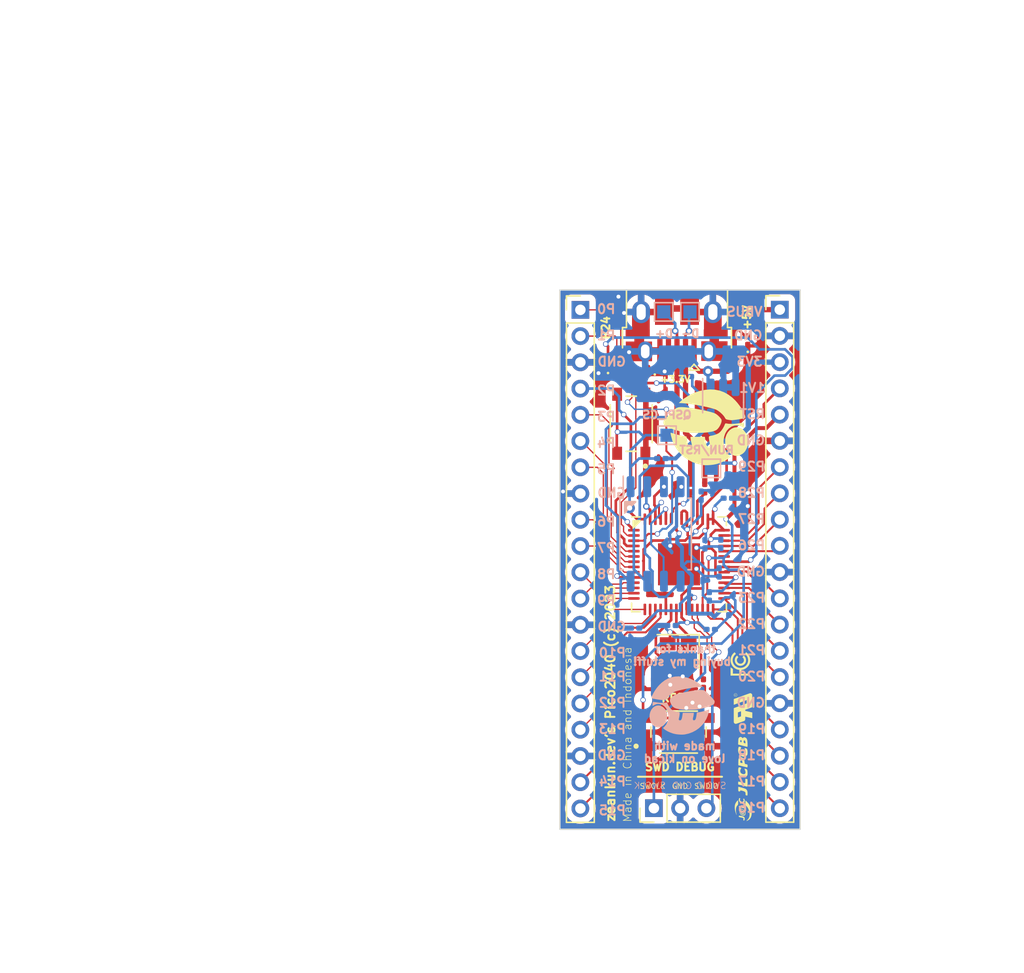
<source format=kicad_pcb>
(kicad_pcb (version 20221018) (generator pcbnew)
  (layers (0 "F.Cu" signal) (31 "B.Cu" signal) (34 "B.Paste" user) (35 "F.Paste" user) (36 "B.SilkS" user "B.Silkscreen") (37 "F.SilkS" user "F.Silkscreen") (38 "B.Mask" user) (39 "F.Mask" user) (44 "Edge.Cuts" user))
  (net 0 "")
  (net 1 "Net-(U1-BP)")
  (net 2 "GND")
  (net 3 "+3.3V")
  (net 4 "+1V1")
  (net 5 "/XOUT")
  (net 6 "/XIN")
  (net 7 "Net-(D1-A)")
  (net 8 "VBUS")
  (net 9 "/USB_DM")
  (net 10 "/USB_DP")
  (net 11 "/GPIO0")
  (net 12 "/GPIO1")
  (net 13 "/GPIO2")
  (net 14 "/GPIO3")
  (net 15 "/GPIO4")
  (net 16 "/GPIO5")
  (net 17 "/GPIO6")
  (net 18 "/GPIO7")
  (net 19 "/GPIO8")
  (net 20 "/GPIO9")
  (net 21 "/GPIO10")
  (net 22 "/GPIO11")
  (net 23 "/GPIO12")
  (net 24 "/GPIO13")
  (net 25 "/GPIO14")
  (net 26 "/GPIO15")
  (net 27 "/RESET")
  (net 28 "/GPIO29")
  (net 29 "/GPIO28")
  (net 30 "/GPIO27")
  (net 31 "/GPIO26")
  (net 32 "/GPIO23")
  (net 33 "/GPIO22")
  (net 34 "/GPIO21")
  (net 35 "/GPIO20")
  (net 36 "/GPIO19")
  (net 37 "/GPIO18")
  (net 38 "/GPIO17")
  (net 39 "/GPIO16")
  (net 40 "/SWCLK")
  (net 41 "/SWDIO")
  (net 42 "Net-(U2-USB_DP)")
  (net 43 "Net-(U2-USB_DM)")
  (net 44 "/QSPI_CS")
  (net 45 "/QSPI_SD3")
  (net 46 "/QSPI_SCLK")
  (net 47 "/QSPI_SD0")
  (net 48 "/QSPI_SD2")
  (net 49 "/QSPI_SD1")
  (footprint "Connector_USB:USB_Micro-B_Amphenol_10103594-0001LF_Horizontal" (layer "F.Cu") (at 96.545 42.695 180)
    (fp_text reference "J1" hide)
    (fp_text value "USB_B_Micro" hide)
  )
  (footprint "Resistor_SMD:R_0201_0603Metric" (layer "F.Cu") (at 97.61 54.9875 -90)
    (fp_text reference "R1" hide)
    (fp_text value "R")
  )
  (footprint "LOGO" (layer "F.Cu") (at 101.4 68.4 90)
    (fp_text reference "G***" hide)
    (fp_text value "LOGO" hide)
  )
  (footprint "Resistor_SMD:R_0201_0603Metric" (layer "F.Cu") (at 98.685 55.0125 -90)
    (fp_text reference "R2" hide)
    (fp_text value "R")
  )
  (footprint "LED_SMD:LED_0201_0603Metric" (layer "F.Cu") (at 91.315 45.37 90)
    (fp_text reference "D1" hide)
    (fp_text value "LED" hide)
  )
  (footprint "Connector_PinHeader_2.00mm:PinHeader_1x20_P2.00mm_Vertical" (layer "F.Cu") (at 89.2094 41.4156)
    (fp_text reference "J2" hide)
    (fp_text value "Conn_01x20" hide)
  )
  (footprint "LOGO" (layer "F.Cu") (at 101.6 77.2 90)
    (fp_text reference "G***" hide)
    (fp_text value "LOGO" hide)
  )
  (footprint "Connector_PinHeader_2.00mm:PinHeader_1x20_P2.00mm_Vertical" (layer "F.Cu") (at 104.4 41.4)
    (fp_text reference "J3" hide)
    (fp_text value "Conn_01x20" hide)
  )
  (footprint "Capacitor_SMD:C_0201_0603Metric" (layer "F.Cu") (at 98.585 69.895 -90)
    (fp_text reference "C13" hide)
    (fp_text value "C")
  )
  (footprint "TL3365AF180QG:SW_TL3365AF180QG" (layer "F.Cu") (at 96.685 73.595)
    (fp_text reference "S2" hide)
    (fp_text value "TL3365AF180QG" hide)
  )
  (footprint "LOGO" (layer "F.Cu") (at 101.6 71.8 90)
    (fp_text reference "G***" hide)
    (fp_text value "LOGO" hide)
  )
  (footprint "LED_SMD:LED_0201_0603Metric" (layer "F.Cu") (at 101.96 43.755 90)
    (fp_text reference "D2" hide)
    (fp_text value "LED")
  )
  (footprint "LOGO" (layer "F.Cu") (at 98.76 50.37)
    (fp_text reference "G***" hide)
    (fp_text value "LOGO" hide)
  )
  (footprint "Capacitor_SMD:C_0201_0603Metric" (layer "F.Cu") (at 94.785 69.92 -90)
    (fp_text reference "C14" hide)
    (fp_text value "C")
  )
  (footprint "Crystal:Crystal_SMD_EuroQuartz_X22-4Pin_2.5x2.0mm" (layer "F.Cu") (at 96.66 67.47 180)
    (fp_text reference "Y1" hide)
    (fp_text value "Crystal_GND24_Small" hide)
  )
  (footprint "TL3365AF180QG:SW_TL3365AF180QG" (layer "F.Cu") (at 93.085 50.095 90)
    (fp_text reference "S1" hide)
    (fp_text value "TL3365AF180QG" hide)
  )
  (footprint "Package_DFN_QFN:QFN-56-1EP_7x7mm_P0.4mm_EP3.2x3.2mm" (layer "F.Cu") (at 96.7225 60.81)
    (fp_text reference "U2" hide)
    (fp_text value "RP2040" hide)
  )
  (footprint "Connector_PinHeader_2.00mm:PinHeader_1x03_P2.00mm_Vertical" (layer "F.Cu") (at 94.81 79.395 90)
    (fp_text reference "J4" hide)
    (fp_text value "Conn_01x03" hide)
  )
  (footprint "LED_SMD:LED_0201_0603Metric" (layer "F.Cu") (at 94.0175 46.345 180)
    (fp_text reference "D3" hide)
    (fp_text value "LED")
  )
  (footprint "TestPoint:TestPoint_Pad_1.0x1.0mm" (layer "B.Cu") (at 99.185 53.495 180)
    (fp_text reference "TP1" hide)
    (fp_text value "RESET" hide)
  )
  (footprint "Capacitor_SMD:C_0201_0603Metric" (layer "B.Cu") (at 99.1425 65.77)
    (fp_text reference "C3" hide)
    (fp_text value "C")
  )
  (footprint "Capacitor_SMD:C_0201_0603Metric" (layer "B.Cu") (at 96.1525 65.47 180)
    (fp_text reference "C8" hide)
    (fp_text value "C")
  )
  (footprint "Capacitor_SMD:C_0201_0603Metric" (layer "B.Cu") (at 99.785 61.4275 -90)
    (fp_text reference "C11" hide)
    (fp_text value "C")
  )
  (footprint "Capacitor_SMD:C_0201_0603Metric" (layer "B.Cu") (at 98.7 59.2825 -90)
    (fp_text reference "C6" hide)
    (fp_text value "C")
  )
  (footprint "Capacitor_SMD:C_0201_0603Metric" (layer "B.Cu") (at 99.035 63.2525 -90)
    (fp_text reference "C4" hide)
    (fp_text value "C")
  )
  (footprint "TestPoint:TestPoint_Pad_1.0x1.0mm" (layer "B.Cu") (at 95.56 41.57 180)
    (fp_text reference "TP2" hide)
    (fp_text value "USB_DP" hide)
  )
  (footprint "Capacitor_SMD:C_0201_0603Metric" (layer "B.Cu") (at 99.91 59.2525 -90)
    (fp_text reference "C5" hide)
    (fp_text value "C")
  )
  (footprint "TestPoint:TestPoint_Pad_1.0x1.0mm" (layer "B.Cu") (at 95.81 50.97 180)
    (fp_text reference "TP4" hide)
    (fp_text value "BOOTSEL" hide)
  )
  (footprint "Package_SO:SOIC-8_5.23x5.23mm_P1.27mm" (layer "B.Cu") (at 94.94 58.495 -90)
    (fp_text reference "U3" hide)
    (fp_text value "W25Q32JVSS")
  )
  (footprint "Capacitor_SMD:C_0201_0603Metric" (layer "B.Cu") (at 100.4425 55.77)
    (fp_text reference "C7" hide)
    (fp_text value "C")
  )
  (footprint "Capacitor_SMD:C_0201_0603Metric" (layer "B.Cu") (at 93.3775 65.67 180)
    (fp_text reference "C10" hide)
    (fp_text value "C")
  )
  (footprint "Capacitor_SMD:C_0201_0603Metric" (layer "B.Cu") (at 91.985 64.2025 -90)
    (fp_text reference "C2" hide)
    (fp_text value "C")
  )
  (footprint "Package_TO_SOT_SMD:SOT-23-5" (layer "B.Cu") (at 100.085 48.4575 -90)
    (fp_text reference "U1" hide)
    (fp_text value "MIC5205-3.3YM5")
  )
  (footprint "Capacitor_SMD:C_0201_0603Metric" (layer "B.Cu") (at 98.41 55.5775 90)
    (fp_text reference "C9" hide)
    (fp_text value "C")
  )
  (footprint "Resistor_SMD:R_0201_0603Metric" (layer "B.Cu") (at 95.3775 52.745 180)
    (fp_text reference "R3" hide)
    (fp_text value "R")
  )
  (footprint "Capacitor_SMD:C_0201_0603Metric" (layer "B.Cu") (at 97.3275 46.495 180)
    (fp_text reference "C1" hide)
    (fp_text value "C")
  )
  (footprint "Capacitor_SMD:C_0201_0603Metric" (layer "B.Cu") (at 100.51 64.3525 -90)
    (fp_text reference "C12" hide)
    (fp_text value "C")
  )
  (footprint "LOGO" (layer "B.Cu") (at 96.96 71.57 180)
    (fp_text reference "G***" hide)
    (fp_text value "LOGO" hide)
  )
  (footprint "TestPoint:TestPoint_Pad_1.0x1.0mm" (layer "B.Cu") (at 97.56 41.57 180)
    (fp_text reference "TP3" hide)
    (fp_text value "USB_DM" hide)
  )
  (gr_poly (pts (xy 92.6 56.05) (xy 92.6 56.85) (xy 93.4 56.05)) (stroke (width 0.15)) (fill solid) (layer "B.SilkS"))
  (gr_poly (pts (xy 93.25 57.5) (xy 93.75 57.5) (xy 93.25 58)) (stroke (width 0.15)) (fill solid) (layer "F.SilkS"))
  (gr_line (start 93.6 77) (end 100 77) (stroke (width 0.15)) (layer "F.SilkS"))
  (gr_rect (start 87.65 39.9) (end 105.95 81) (stroke (width 0.1)) (fill none) (layer "Edge.Cuts"))
  (gr_text "GND" (at 92.76 75.77) (layer "B.SilkS") (effects (font (size 0.7 0.7)) (justify left bottom mirror)))
  (gr_text "D+" (at 96.36 43.57) (layer "B.SilkS") (effects (font (size 0.6 0.6)) (justify left bottom mirror)))
  (gr_text "P6" (at 91.96 57.97) (layer "B.SilkS") (effects (font (size 0.7 0.7)) (justify left bottom mirror)))
  (gr_text "P15" (at 92.76 79.97) (layer "B.SilkS") (effects (font (size 0.7 0.7)) (justify left bottom mirror)))
  (gr_text "P16" (at 103.36 79.77) (layer "B.SilkS") (effects (font (size 0.7 0.7)) (justify left bottom mirror)))
  (gr_text "P20" (at 103.36 69.77) (layer "B.SilkS") (effects (font (size 0.7 0.7)) (justify left bottom mirror)))
  (gr_text "3V3" (at 103.16 45.77) (layer "B.SilkS") (effects (font (size 0.7 0.7)) (justify left bottom mirror)))
  (gr_text "P2" (at 91.96 47.97) (layer "B.SilkS") (effects (font (size 0.7 0.7)) (justify left bottom mirror)))
  (gr_text "GND" (at 103.36 61.77) (layer "B.SilkS") (effects (font (size 0.7 0.7)) (justify left bottom mirror)))
  (gr_text "P29" (at 103.36 53.77) (layer "B.SilkS") (effects (font (size 0.7 0.7)) (justify left bottom mirror)))
  (gr_text "P0" (at 91.96 41.77) (layer "B.SilkS") (effects (font (size 0.7 0.7)) (justify left bottom mirror)))
  (gr_text "P21" (at 103.36 67.77) (layer "B.SilkS") (effects (font (size 0.7 0.7)) (justify left bottom mirror)))
  (gr_text "P11" (at 92.76 69.77) (layer "B.SilkS") (effects (font (size 0.7 0.7)) (justify left bottom mirror)))
  (gr_text "D-" (at 98.36 43.57) (layer "B.SilkS") (effects (font (size 0.6 0.6)) (justify left bottom mirror)))
  (gr_text "1V1" (at 103.36 47.77) (layer "B.SilkS") (effects (font (size 0.7 0.7)) (justify left bottom mirror)))
  (gr_text "GND" (at 103.36 71.77) (layer "B.SilkS") (effects (font (size 0.7 0.7)) (justify left bottom mirror)))
  (gr_text "P12" (at 92.76 71.77) (layer "B.SilkS") (effects (font (size 0.7 0.7)) (justify left bottom mirror)))
  (gr_text "P27" (at 103.36 57.77) (layer "B.SilkS") (effects (font (size 0.7 0.7)) (justify left bottom mirror)))
  (gr_text "SWDIO" (at 100.36 77.97) (layer "B.SilkS") (effects (font (size 0.5 0.5) (thickness 0.05)) (justify left bottom mirror)))
  (gr_text "GND" (at 103.36 51.77) (layer "B.SilkS") (effects (font (size 0.7 0.7)) (justify left bottom mirror)))
  (gr_text "made with\nlove on kicad" (at 97.16 75.97) (layer "B.SilkS") (effects (font (size 0.6 0.6)) (justify bottom mirror)))
  (gr_text "GND" (at 92.76 55.77) (layer "B.SilkS") (effects (font (size 0.7 0.7)) (justify left bottom mirror)))
  (gr_text "P18" (at 103.36 75.77) (layer "B.SilkS") (effects (font (size 0.7 0.7)) (justify left bottom mirror)))
  (gr_text "P10" (at 92.76 67.97) (layer "B.SilkS") (effects (font (size 0.7 0.7)) (justify left bottom mirror)))
  (gr_text "GND" (at 92.76 45.77) (layer "B.SilkS") (effects (font (size 0.7 0.7)) (justify left bottom mirror)))
  (gr_text "P7" (at 91.96 59.97) (layer "B.SilkS") (effects (font (size 0.7 0.7)) (justify left bottom mirror)))
  (gr_text "SWCLK" (at 95.76 77.97) (layer "B.SilkS") (effects (font (size 0.5 0.5) (thickness 0.05)) (justify left bottom mirror)))
  (gr_text "P28" (at 103.36 55.77) (layer "B.SilkS") (effects (font (size 0.7 0.7)) (justify left bottom mirror)))
  (gr_text "P8" (at 91.96 61.97) (layer "B.SilkS") (effects (font (size 0.7 0.7)) (justify left bottom mirror)))
  (gr_text "P19" (at 103.36 73.77) (layer "B.SilkS") (effects (font (size 0.7 0.7)) (justify left bottom mirror)))
  (gr_text "GND" (at 92.76 65.97) (layer "B.SilkS") (effects (font (size 0.7 0.7)) (justify left bottom mirror)))
  (gr_text "P3" (at 91.96 49.97) (layer "B.SilkS") (effects (font (size 0.7 0.7)) (justify left bottom mirror)))
  (gr_text "P5" (at 91.96 53.97) (layer "B.SilkS") (effects (font (size 0.7 0.7)) (justify left bottom mirror)))
  (gr_text "VBUS" (at 103.16 41.97) (layer "B.SilkS") (effects (font (size 0.7 0.7)) (justify left bottom mirror)))
  (gr_text "GND" (at 97.76 77.97) (layer "B.SilkS") (effects (font (size 0.5 0.5) (thickness 0.05)) (justify left bottom mirror)))
  (gr_text "P1" (at 91.96 43.77) (layer "B.SilkS") (effects (font (size 0.7 0.7)) (justify left bottom mirror)))
  (gr_text "P14" (at 92.76 77.77) (layer "B.SilkS") (effects (font (size 0.7 0.7)) (justify left bottom mirror)))
  (gr_text "thanks for \nbuying my stuff!" (at 96.96 68.57) (layer "B.SilkS") (effects (font (size 0.6 0.6) (thickness 0.15) bold) (justify bottom mirror)))
  (gr_text "P22" (at 103.36 65.77) (layer "B.SilkS") (effects (font (size 0.7 0.7)) (justify left bottom mirror)))
  (gr_text "P9" (at 91.96 63.97) (layer "B.SilkS") (effects (font (size 0.7 0.7)) (justify left bottom mirror)))
  (gr_text "P23" (at 103.36 63.77) (layer "B.SilkS") (effects (font (size 0.7 0.7)) (justify left bottom mirror)))
  (gr_text "GND" (at 103.16 43.77) (layer "B.SilkS") (effects (font (size 0.7 0.7)) (justify left bottom mirror)))
  (gr_text "P4" (at 91.96 51.97) (layer "B.SilkS") (effects (font (size 0.7 0.7)) (justify left bottom mirror)))
  (gr_text "RUN/RST" (at 100.985 52.445) (layer "B.SilkS") (effects (font (size 0.6 0.6)) (justify left bottom mirror)))
  (gr_text "P17" (at 103.36 77.77) (layer "B.SilkS") (effects (font (size 0.7 0.7)) (justify left bottom mirror)))
  (gr_text "P13" (at 92.76 73.77) (layer "B.SilkS") (effects (font (size 0.7 0.7)) (justify left bottom mirror)))
  (gr_text "QSPI_CS" (at 97.76 49.77) (layer "B.SilkS") (effects (font (size 0.6 0.6)) (justify left bottom mirror)))
  (gr_text "P26" (at 103.36 59.77) (layer "B.SilkS") (effects (font (size 0.7 0.7)) (justify left bottom mirror)))
  (gr_text "RST" (at 103.36 49.77) (layer "B.SilkS") (effects (font (size 0.7 0.7)) (justify left bottom mirror)))
  (gr_text "RESET" (at 95.3 71.35) (layer "F.SilkS") (effects (font (size 0.6 0.6)) (justify left bottom)))
  (gr_text "P24" (at 91.5 43.75 90) (layer "F.SilkS") (effects (font (size 0.6 0.6)) (justify left bottom)))
  (gr_text "zeankun.dev's Pico2040 (c) 2023" (at 91.9 80.5 90) (layer "F.SilkS") (effects (font (size 0.7 0.7)) (justify left bottom)))
  (gr_text "GND" (at 96.15 77.95) (layer "F.SilkS") (effects (font (size 0.4 0.4) (thickness 0.05)) (justify left bottom)))
  (gr_text "SWCLK" (at 93.7 77.95) (layer "F.SilkS") (effects (font (size 0.4 0.4) (thickness 0.05)) (justify left bottom)))
  (gr_text "+3.3V" (at 95.25 47) (layer "F.SilkS") (effects (font (size 0.5 0.5) (thickness 0.125)) (justify left bottom)))
  (gr_text "+5V" (at 102.25 43 90) (layer "F.SilkS") (effects (font (size 0.6 0.6)) (justify left bottom)))
  (gr_text "SWDIO" (at 97.85 77.95) (layer "F.SilkS") (effects (font (size 0.4 0.4) (thickness 0.05)) (justify left bottom)))
  (gr_text "Made in China and Indonesia" (at 93.15 80.5 90) (layer "F.SilkS") (effects (font (size 0.6 0.6) (thickness 0.05)) (justify left bottom)))
  (gr_text "SWD DEBUG" (at 94.05 76.6) (layer "F.SilkS") (effects (font (size 0.6 0.6)) (justify left bottom)))
  (segment (start 97.735 47.218896) (end 99.148604 48.6325) (width 0.2) (layer "B.Cu") (net 1))
  (segment (start 99.148604 48.6325) (end 100.0725 48.6325) (width 0.2) (layer "B.Cu") (net 1))
  (segment (start 97.735 46.495) (end 97.735 47.218896) (width 0.2) (layer "B.Cu") (net 1))
  (segment (start 100.0725 48.6325) (end 101.035 49.595) (width 0.2) (layer "B.Cu") (net 1))
  (segment (start 94.785 70.3275) (end 94.0025 70.3275) (width 0.3) (layer "F.Cu") (net 2))
  (segment (start 94.0025 70.3275) (end 93.98 70.35) (width 0.3) (layer "F.Cu") (net 2))
  (segment (start 95.34 41.58) (end 95.61 41.31) (width 0.5) (layer "F.Cu") (net 2))
  (segment (start 95.63 46.11) (end 95.63 48.02) (width 0.2) (layer "F.Cu") (net 2))
  (segment (start 102.8025 44.1625) (end 102.835 44.195) (width 0.25) (layer "F.Cu") (net 2))
  (segment (start 95.63 46.17) (end 95.61 46.19) (width 0.5) (layer "F.Cu") (net 2))
  (segment (start 95.63 48.02) (end 95.5 48.15) (width 0.2) (layer "F.Cu") (net 2))
  (segment (start 96.27645 65.97) (end 96.04 65.97) (width 0.2) (layer "F.Cu") (net 2))
  (segment (start 97.8 41.58) (end 97.53 41.31) (width 0.5) (layer "F.Cu") (net 2))
  (segment (start 92.54 41.65) (end 93.77 41.65) (width 0.25) (layer "F.Cu") (net 2))
  (segment (start 93.77 41.65) (end 93.84 41.58) (width 0.25) (layer "F.Cu") (net 2))
  (segment (start 95.63 46.11) (end 95.63 46.17) (width 0.5) (layer "F.Cu") (net 2))
  (segment (start 95.69 46.11) (end 95.63 46.11) (width 0.5) (layer "F.Cu") (net 2))
  (segment (start 95.63 61.9025) (end 96.7225 60.81) (width 0.2) (layer "F.Cu") (net 2))
  (segment (start 96.65 67.96) (end 96.65 69.35) (width 0.2) (layer "F.Cu") (net 2))
  (segment (start 95.63 63.09) (end 95.63 61.9025) (width 0.2) (layer "F.Cu") (net 2))
  (segment (start 99.3 41.58) (end 97.8 41.58) (width 0.5) (layer "F.Cu") (net 2))
  (segment (start 95.92 44.46) (end 95.92 45.88) (width 0.5) (layer "F.Cu") (net 2))
  (segment (start 96.65 66.34355) (end 96.27645 65.97) (width 0.2) (layer "F.Cu") (net 2))
  (segment (start 95.395 46.345) (end 95.63 46.11) (width 0.25) (layer "F.Cu") (net 2))
  (segment (start 95.7225 64.2475) (end 95.7225 63.1825) (width 0.2) (layer "F.Cu") (net 2))
  (segment (start 101.96 44.1625) (end 102.8025 44.1625) (width 0.25) (layer "F.Cu") (net 2))
  (segment (start 93.84 40.375) (end 93.81 40.345) (width 0.25) (layer "F.Cu") (net 2))
  (segment (start 96.7225 60.81) (end 95.6 60.81) (width 0.5) (layer "F.Cu") (net 2))
  (segment (start 95.7225 63.1825) (end 95.63 63.09) (width 0.2) (layer "F.Cu") (net 2))
  (segment (start 96.005638 60.093138) (end 96.7225 60.81) (width 0.25) (layer "F.Cu") (net 2))
  (segment (start 93.84 41.58) (end 93.84 40.495) (width 0.25) (layer "F.Cu") (net 2))
  (segment (start 96.04 66.69) (end 95.86 66.87) (width 0.2) (layer "F.Cu") (net 2))
  (segment (start 96.04 65.97) (end 96.04 66.69) (width 0.2) (layer "F.Cu") (net 2))
  (segment (start 97.46 68.07) (end 97.46 68.97) (width 0.5) (layer "F.Cu") (net 2))
  (segment (start 93.84 41.58) (end 95.34 41.58) (width 0.5) (layer "F.Cu") (net 2))
  (segment (start 95.92 45.88) (end 95.69 46.11) (width 0.5) (layer "F.Cu") (net 2))
  (segment (start 94.425 46.345) (end 95.395 46.345) (width 0.25) (layer "F.Cu") (net 2))
  (segment (start 97.46 68.97) (end 97.44 68.99) (width 0.5) (layer "F.Cu") (net 2))
  (segment (start 96.65 67.96) (end 96.65 66.34355) (width 0.2) (layer "F.Cu") (net 2))
  (via (at 98.05 61.15) (size 0.4) (drill 0.3) (layers "F.Cu" "B.Cu") (net 2))
  (via (at 90.59 46.24) (size 0.4) (drill 0.3) (layers "F.Cu" "B.Cu") (net 2))
  (via (at 97.01 69.35) (size 0.4) (drill 0.3) (layers "F.Cu" "B.Cu") (net 2))
  (via (at 92.54 41.65) (size 0.4) (drill 0.3) (layers "F.Cu" "B.Cu") (net 2))
  (via (at 95.63 46.11) (size 0.4) (drill 0.3) (layers "F.Cu" "B.Cu") (net 2))
  (via (at 92.92 44.64) (size 0.4) (drill 0.3) (layers "F.Cu" "B.Cu") (net 2))
  (via (at 96.02 69.3) (size 0.4) (drill 0.3) (layers "F.Cu" "B.Cu") (net 2))
  (via (at 96.04 65.97) (size 0.4) (drill 0.3) (layers "F.Cu" "B.Cu") (net 2))
  (via (at 96.9 54.9) (size 0.4) (drill 0.3) (layers "F.Cu" "B.Cu") (net 2))
  (via (at 96.05 59.4) (size 0.4) (drill 0.3) (layers "F.Cu" "B.Cu") (net 2))
  (via (at 101.96 55.37) (size 0.4) (drill 0.3) (layers "F.Cu" "B.Cu") (net 2))
  (via (at 98.05 59.55) (size 0.4) (drill 0.3) (layers "F.Cu" "B.Cu") (net 2))
  (via (at 97.75 71.35) (size 0.4) (drill 0.3) (layers "F.Cu" "B.Cu") (net 2))
  (via (at 97.28 71.75) (size 0.4) (drill 0.3) (layers "F.Cu" "B.Cu") (net 2))
  (via (at 96.06 69.99) (size 0.4) (drill 0.3) (layers "F.Cu" "B.Cu") (net 2))
  (via (at 98.29 71.64) (size 0.4) (drill 0.3) (layers "F.Cu" "B.Cu") (net 2))
  (via (at 92.11 40.41) (size 0.4) (drill 0.3) (layers "F.Cu" "B.Cu") (net 2))
  (via (at 87.89 55.26) (size 0.4) (drill 0.3) (layers "F.Cu" "B.Cu") (net 2))
  (via (at 101.96 56.37) (size 0.4) (drill 0.3) (layers "F.Cu" "B.Cu") (net 2))
  (segment (start 96.04 66.02) (end 96.04 65.97) (width 0.2) (layer "B.Cu") (net 2))
  (segment (start 99.67 61.72) (end 99.785 61.835) (width 0.2) (layer "B.Cu") (net 2))
  (segment (start 98.05 59.55) (end 98.56 59.55) (width 0.2) (layer "B.Cu") (net 2))
  (segment (start 95.745 65.725) (end 95.745 65.47) (width 0.2) (layer "B.Cu") (net 2))
  (segment (start 100.51 64.76) (end 100.51 64.81) (width 0.2) (layer "B.Cu") (net 2))
  (segment (start 98.62 61.72) (end 98.55 61.79) (width 0.2) (layer "B.Cu") (net 2))
  (segment (start 98.75 61.72) (end 99.67 61.72) (width 0.2) (layer "B.Cu") (net 2))
  (segment (start 99.85 59.6) (end 99.91 59.66) (width 0.2) (layer "B.Cu") (net 2))
  (segment (start 96.05 58.686629) (end 96.05 59.4) (width 0.2) (layer "B.Cu") (net 2))
  (segment (start 99.87 59.7) (end 99.91 59.66) (width 0.2) (layer "B.Cu") (net 2))
  (segment (start 98.55 61.79) (end 98.55 63.175) (width 0.2) (layer "B.Cu") (net 2))
  (segment (start 101.01 64.328185) (end 100.578185 64.76) (width 0.2) (layer "B.Cu") (net 2))
  (segment (start 96.005638 58.642267) (end 96.05 58.686629) (width 0.2) (layer "B.Cu") (net 2))
  (segment (start 96.845 54.895) (end 96.845 55.590025) (width 0.1) (layer "B.Cu") (net 2))
  (segment (start 100.578185 64.76) (end 100.51 64.76) (width 0.2) (layer "B.Cu") (net 2))
  (segment (start 99.26 55.17) (end 99.53 54.9) (width 0.2) (layer "B.Cu") (net 2))
  (segment (start 96.535 55.205) (end 96.845 54.895) (width 0.25) (layer "B.Cu") (net 2))
  (segment (start 100.775685 63.3275) (end 101.01 63.561815) (width 0.2) (layer "B.Cu") (net 2))
  (segment (start 99.911815 63.66) (end 100.244315 63.3275) (width 0.2) (layer "B.Cu") (net 2))
  (segment (start 96.39 66.37) (end 96.04 66.02) (width 0.2) (layer "B.Cu") (net 2))
  (segment (start 98.66 59.45) (end 99.7 59.45) (width 0.2) (layer "B.Cu") (net 2))
  (segment (start 98.62 61.72) (end 98.75 61.72) (width 0.2) (layer "B.Cu") (net 2))
  (segment (start 100.51 64.81) (end 99.55 65.77) (width 0.2) (layer "B.Cu") (net 2))
  (segment (start 99.55 65.838185) (end 99.018185 66.37) (width 0.2) (layer "B.Cu") (net 2))
  (segment (start 96.535 57.912537) (end 96.535 55.205) (width 0.25) (layer "B.Cu") (net 2))
  (segment (start 96.92 46.495) (end 96.92 45.91) (width 0.3) (layer "B.Cu") (net 2))
  (segment (start 99.7 59.45) (end 99.91 59.66) (width 0.2) (layer "B.Cu") (net 2))
  (segment (start 99.018185 66.37) (end 96.39 66.37) (width 0.2) (layer "B.Cu") (net 2))
  (segment (start 96.04 65.97) (end 95.99 65.97) (width 0.2) (layer "B.Cu") (net 2))
  (segment (start 98.56 59.55) (end 98.66 59.45) (width 0.2) (layer "B.Cu") (net 2))
  (segment (start 98.41 55.17) (end 99.26 55.17) (width 0.2) (layer "B.Cu") (net 2))
  (segment (start 98.62 61.72) (end 98.05 61.15) (width 0.2) (layer "B.Cu") (net 2))
  (segment (start 101.01 63.561815) (end 101.01 64.328185) (width 0.2) (layer "B.Cu") (net 2))
  (segment (start 96.92 45.91) (end 96.33 45.32) (width 0.3) (layer "B.Cu") (net 2))
  (segment (start 99.55 65.77) (end 99.55 65.838185) (width 0.2) (layer "B.Cu") (net 2))
  (segment (start 95.99 65.97) (end 95.745 65.725) (width 0.2) (layer "B.Cu") (net 2))
  (segment (start 96.005638 58.642267) (end 96.005638 58.441899) (width 0.25) (layer "B.Cu") (net 2))
  (segment (start 100.244315 63.3275) (end 100.775685 63.3275) (width 0.2) (layer "B.Cu") (net 2))
  (segment (start 99.035 63.66) (end 99.911815 63.66) (width 0.2) (layer "B.Cu") (net 2))
  (segment (start 98.55 63.175) (end 99.035 63.66) (width 0.2) (layer "B.Cu") (net 2))
  (segment (start 96.005638 58.441899) (end 96.535 57.912537) (width 0.25) (layer "B.Cu") (net 2))
  (segment (start 97.3225 58.0325) (end 97.385 58.095) (width 0.2) (layer "F.Cu") (net 3))
  (segment (start 93.3 61.8) (end 92.1 61.8) (width 0.2) (layer "F.Cu") (net 3))
  (segment (start 100.16 61.81) (end 101.04 61.81) (width 0.2) (layer "F.Cu") (net 3))
  (segment (start 96.07 58.9) (end 96.482893 58.9) (width 0.2) (layer "F.Cu") (net 3))
  (segment (start 98.5 60.657107) (end 98.5 59.89) (width 0.2) (layer "F.Cu") (net 3))
  (segment (start 99.2 59.6) (end 99 59.6) (width 0.2) (layer "F.Cu") (net 3))
  (segment (start 97.03 56.74) (end 97.19 56.74) (width 0.2) (layer "F.Cu") (net 3))
  (segment (start 93.285 61.81) (end 93.29 61.81) (width 0.2) (layer "F.Cu") (net 3))
  (segment (start 99.5 61.66) (end 99.5 59.9) (width 0.2) (layer "F.Cu") (net 3))
  (segment (start 95.842893 58.9) (end 96.07 58.9) (width 0.2) (layer "F.Cu") (net 3))
  (segment (start 97.45 62.65) (end 98.55 62.65) (width 0.2) (layer "F.Cu") (net 3))
  (segment (start 92.785 57.71) (end 93.285 58.21) (width 0.2) (layer "F.Cu") (net 3))
  (segment (start 93.29 61.81) (end 93.3 61.8) (width 0.2) (layer "F.Cu") (net 3))
  (segment (start 95.01 46.995) (end 94.191815 46.995) (width 0.2) (layer "F.Cu") (net 3))
  (segment (start 99.65 61.81) (end 99.5 61.66) (width 0.2) (layer "F.Cu") (net 3))
  (segment (start 97.385 58.585) (end 97.385 58.095) (width 0.2) (layer "F.Cu") (net 3))
  (segment (start 94.03 61.77) (end 94.03 60.58) (width 0.2) (layer "F.Cu") (net 3))
  (segment (start 96.9225 64.8575) (end 97.31 65.245) (width 0.2) (layer "F.Cu") (net 3))
  (segment (start 98.79 59.6) (end 99 59.6) (width 0.2) (layer "F.Cu") (net 3))
  (segment (start 100.16 58.21) (end 99.3225 57.3725) (width 0.2) (layer "F.Cu") (net 3))
  (segment (start 99.15 58.9) (end 99 59.05) (width 0.2) (layer "F.Cu") (net 3))
  (segment (start 98.55 62.65) (end 98.55 60.707107) (width 0.2) (layer "F.Cu") (net 3))
  (segment (start 96.9225 57.3725) (end 96.9225 56.8475) (width 0.2) (layer "F.Cu") (net 3))
  (segment (start 96.582893 59) (end 97.19 59) (width 0.2) (layer "F.Cu") (net 3))
  (segment (start 99.15 58.55) (end 99.49 58.21) (width 0.2) (layer "F.Cu") (net 3))
  (segment (start 96.482893 58.9) (end 96.582893 59) (width 0.2) (layer "F.Cu") (net 3))
  (segment (start 99.15 58.9) (end 99.15 58.55) (width 0.2) (layer "F.Cu") (net 3))
  (segment (start 92.785 57.57) (end 92.785 57.71) (width 0.2) (layer "F.Cu") (net 3))
  (segment (start 95.742893 59) (end 95.842893 58.9) (width 0.2) (layer "F.Cu") (net 3))
  (segment (start 98.9225 57.3725) (end 99.3225 57.3725) (width 0.2) (layer "F.Cu") (net 3))
  (segment (start 96.9225 63.1775) (end 97.45 62.65) (width 0.2) (layer "F.Cu") (net 3))
  (segment (start 98.55 60.707107) (end 98.5 60.657107) (width 0.2) (layer "F.Cu") (net 3))
  (segment (start 93.285 61.81) (end 93.99 61.81) (width 0.2) (layer "F.Cu") (net 3))
  (segment (start 97.495 58.695) (end 97.385 58.585) (width 0.2) (layer "F.Cu") (net 3))
  (segment (start 93.61 46.413185) (end 93.61 46.345) (width 0.2) (layer "F.Cu") (net 3))
  (segment (start 96.9225 64.2475) (end 96.9225 63.1775) (width 0.2) (layer "F.Cu") (net 3))
  (segment (start 99.5 59.9) (end 99.2 59.6) (width 0.2) (layer "F.Cu") (net 3))
  (segment (start 99.49 58.21) (end 100.16 58.21) (width 0.2) (layer "F.Cu") (net 3))
  (segment (start 98.7 58.35) (end 98.25 58.8) (width 0.2) (layer "F.Cu") (net 3))
  (segment (start 94 60.55) (end 94.03 60.52) (width 0.2) (layer "F.Cu") (net 3))
  (segment (start 99 59.05) (end 99 59.6) (width 0.2) (layer "F.Cu") (net 3))
  (segment (start 98.7 58.25) (end 98.7 58.35) (width 0.2) (layer "F.Cu") (net 3))
  (segment (start 97.3225 57.3725) (end 97.3225 58.0325) (width 0.2) (layer "F.Cu") (net 3))
  (segment (start 94.03 60.58) (end 94 60.55) (width 0.2) (layer "F.Cu") (net 3))
  (segment (start 101.04 61.81) (end 101.05 61.8) (width 0.2) (layer "F.Cu") (net 3))
  (segment (start 97.19 56.74) (end 97.3225 56.8725) (width 0.2) (layer "F.Cu") (net 3))
  (segment (start 99.3225 57.3725) (end 99.3225 56.7325) (width 0.2) (layer "F.Cu") (net 3))
  (segment (start 92.1 61.8) (end 92 61.7) (width 0.2) (layer "F.Cu") (net 3))
  (segment (start 99.3225 56.7325) (end 99.46 56.595) (width 0.2) (layer "F.Cu") (net 3))
  (segment (start 94.7 59) (end 95.742893 59) (width 0.2) (layer "F.Cu") (net 3))
  (segment (start 94.03 59.67) (end 94.7 59) (width 0.2) (layer "F.Cu") (net 3))
  (segment (start 97.19 59) (end 97.495 58.695) (width 0.2) (layer "F.Cu") (net 3))
  (segment (start 98.7 58.25) (end 98.9225 58.0275) (width 0.2) (layer "F.Cu") (net 3))
  (segment (start 98.5 59.89) (end 98.79 59.6) (width 0.2) (layer "F.Cu") (net 3))
  (segment (start 100.16 61.81) (end 99.65 61.81) (width 0.2) (layer "F.Cu") (net 3))
  (segment (start 98.9225 58.0275) (end 98.9225 57.3725) (width 0.2) (layer "F.Cu") (net 3))
  (segment (start 93.99 61.81) (end 94.03 61.77) (width 0.2) (layer "F.Cu") (net 3))
  (segment (start 98.25 58.8) (end 97.6 58.8) (width 0.2) (layer "F.Cu") (net 3))
  (segment (start 94.191815 46.995) (end 93.61 46.413185) (width 0.2) (layer "F.Cu") (net 3))
  (segment (start 96.9225 56.8475) (end 97.03 56.74) (width 0.2) (layer "F.Cu") (net 3))
  (segment (start 97.3225 56.8725) (end 97.3225 57.3725) (width 0.2) (layer "F.Cu") (net 3))
  (segment (start 97.6 58.8) (end 97.495 58.695) (width 0.2) (layer "F.Cu") (net 3))
  (segment (start 94.03 60.52) (end 94.03 59.67) (width 0.2) (layer "F.Cu") (net 3))
  (segment (start 96.9225 64.2475) (end 96.9225 64.8575) (width 0.2) (layer "F.Cu") (net 3))
  (via (at 99.15 58.9) (size 0.4) (drill 0.3) (layers "F.Cu" "B.Cu") (net 3))
  (via (at 92.785 57.57) (size 0.4) (drill 0.3) (layers "F.Cu" "B.Cu") (net 3))
  (via (at 98.7 58.25) (size 0.4) (drill 0.3) (layers "F.Cu" "B.Cu") (net 3))
  (via (at 101.05 61.8) (size 0.4) (drill 0.3) (layers "F.Cu" "B.Cu") (net 3))
  (via (at 99.46 56.595) (size 0.4) (drill 0.3) (layers "F.Cu" "B.Cu") (net 3))
  (via (at 97.35 58.15) (size 0.4) (drill 0.3) (layers "F.Cu" "B.Cu") (net 3))
  (via (at 92 61.7) (size 0.4) (drill 0.3) (layers "F.Cu" "B.Cu") (net 3))
  (via (at 95.01 46.995) (size 0.4) (drill 0.3) (layers "F.Cu" "B.Cu") (net 3))
  (via (at 97.35 65.25) (size 0.4) (drill 0.3) (layers "F.Cu" "B.Cu") (net 3))
  (segment (start 102.305 45.4) (end 104.4 45.4) (width 0.4) (layer "B.Cu") (net 3))
  (segment (start 92.285 63.495) (end 91.985 63.795) (width 0.2) (layer "B.Cu") (net 3))
  (segment (start 96.985 57.945) (end 97.82 57.11) (width 0.2) (layer "B.Cu") (net 3))
  (segment (start 99.205 58.845) (end 99.91 58.845) (width 0.2) (layer "B.Cu") (net 3))
  (segment (start 92.285 61.92) (end 92.51 61.92) (width 0.2) (layer "B.Cu") (net 3))
  (segment (start 98.21 65.245) (end 98.735 65.77) (width 0.2) (layer "B.Cu") (net 3))
  (segment (start 102 45.705) (end 102.305 45.4) (width 0.4) (layer "B.Cu") (net 3))
  (segment (start 98.7 58.25) (end 98.76 58.31) (width 0.2) (layer "B.Cu") (net 3))
  (segment (start 97.35 58.15) (end 97.35 58.13) (width 0.2) (layer "B.Cu") (net 3))
  (segment (start 95.785 52.745) (end 96.46 52.745) (width 0.3) (layer "B.Cu") (net 3))
  (segment (start 92.785 57.57) (end 92.435 57.22) (width 0.2) (layer "B.Cu") (net 3))
  (segment (start 99.46 56.595) (end 99.46 56.345) (width 0.2) (layer "B.Cu") (net 3))
  (segment (start 97.35 58.13) (end 98.41 57.07) (width 0.2) (layer "B.Cu") (net 3))
  (segment (start 92.2325 61.4175) (end 92.6225 61.8075) (width 0.2) (layer "B.Cu") (net 3))
  (segment (start 99.135 49.595) (end 93.755 49.595) (width 0.2) (layer "B.Cu") (net 3))
  (segment (start 97.345 65.245) (end 96.785 65.245) (width 0.2) (layer "B.Cu") (net 3))
  (segment (start 99.81 51.42) (end 100.98 51.42) (width 0.4) (layer "B.Cu") (net 3))
  (segment (start 93.25 50.1) (end 91.58 50.1) (width 0.2) (layer "B.Cu") (net 3))
  (segment (start 97.535 65.245) (end 98.21 65.245) (width 0.2) (layer "B.Cu") (net 3))
  (segment (start 99.035 62.845) (end 99.095 62.845) (width 0.2) (layer "B.Cu") (net 3))
  (segment (start 99.135 50.07) (end 99.135 49.595) (width 0.3) (layer "B.Cu") (net 3))
  (segment (start 97.535 65.245) (end 97.355 65.245) (width 0.2) (layer "B.Cu") (net 3))
  (segment (start 99.46 56.345) (end 100.035 55.77) (width 0.2) (layer "B.Cu") (net 3))
  (segment (start 91.58 50.1) (end 91.16 50.52) (width 0.2) (layer "B.Cu") (net 3))
  (segment (start 92.285 61.92) (end 92.285 63.495) (width 0.2) (layer "B.Cu") (net 3))
  (segment (start 97.355 65.245) (end 97.35 65.25) (width 0.2) (layer "B.Cu") (net 3))
  (segment (start 97.35 58.15) (end 97.19 58.15) (width 0.2) (layer "B.Cu") (net 3))
  (segment (start 92.06 61.245) (end 92.2325 61.4175) (width 0.2) (layer "B.Cu") (net 3))
  (segment (start 96.535 46.995) (end 99.135 49.595) (width 0.2) (layer "B.Cu") (net 3))
  (segment (start 99.15 58.9) (end 99.205 58.845) (width 0.2) (layer "B.Cu") (net 3))
  (segment (start 97.19 58.15) (end 96.985 57.945) (width 0.2) (layer "B.Cu") (net 3))
  (segment (start 92.51 61.92) (end 92.6225 61.8075) (width 0.2) (layer "B.Cu") (net 3))
  (segment (start 92 61.7) (end 92.2325 61.4675) (width 0.2) (layer "B.Cu") (net 3))
  (segment (start 96.785 65.245) (end 96.56 65.47) (width 0.2) (layer "B.Cu") (net 3))
  (segment (start 99.135 49.595) (end 99.135 50.745) (width 0.4) (layer "B.Cu") (net 3))
  (segment (start 99.135 50.745) (end 99.4725 51.0825) (width 0.4) (layer "B.Cu") (net 3))
  (segment (start 102 50.4) (end 102 45.705) (width 0.4) (layer "B.Cu") (net 3))
  (segment (start 91.16 50.52) (end 91.16 56.32) (width 0.2) (layer "B.Cu") (net 3))
  (segment (start 92.2325 61.4675) (end 92.2325 61.4175) (width 0.2) (layer "B.Cu") (net 3))
  (segment (start 97.82 52.735) (end 99.4725 51.0825) (width 0.2) (layer "B.Cu") (net 3))
  (segment (start 100.005 62.845) (end 99.035 62.845) (width 0.2) (layer "B.Cu") (net 3))
  (segment (start 95.01 46.995) (end 96.535 46.995) (width 0.2) (layer "B.Cu") (net 3))
  (segment (start 98.41 57.07) (end 98.41 55.985) (width 0.2) (layer "B.Cu") (net 3))
  (segment (start 98.76 58.31) (end 98.76 59.145) (width 0.2) (layer "B.Cu") (net 3))
  (segment (start 100.98 51.42) (end 102 50.4) (width 0.4) (layer "B.Cu") (net 3))
  (segment (start 92.6225 61.8075) (end 93.01 62.195) (width 0.2) (layer "B.Cu") (net 3))
  (segment (start 91.16 56.32) (end 92.06 57.22) (width 0.2) (layer "B.Cu") (net 3))
  (segment (start 93.755 49.595) (end 93.25 50.1) (width 0.2) (layer "B.Cu") (net 3))
  (segment (start 96.46 52.745) (end 99.135 50.07) (width 0.3) (layer "B.Cu") (net 3))
  (segment (start 101.05 61.8) (end 100.005 62.845) (width 0.2) (layer "B.Cu") (net 3))
  (segment (start 92.06 57.22) (end 92.06 61.245) (width 0.2) (layer "B.Cu") (net 3))
  (segment (start 92.435 57.22) (end 92.06 57.22) (width 0.2) (layer "B.Cu") (net 3))
  (segment (start 97.35 65.25) (end 97.345 65.245) (width 0.2) (layer "B.Cu") (net 3))
  (segment (start 99.4725 51.0825) (end 99.81 51.42) (width 0.4) (layer "B.Cu") (net 3))
  (segment (start 97.82 57.11) (end 97.82 52.735) (width 0.2) (layer "B.Cu") (net 3))
  (segment (start 97.3225 63.7775) (end 97.3225 64.2475) (width 0.25) (layer "F.Cu") (net 4))
  (segment (start 103.185 48.615) (end 104.4 47.4) (width 0.2) (layer "F.Cu") (net 4))
  (segment (start 96.5225 57.3725) (end 96.5225 58.2025) (width 0.2) (layer "F.Cu") (net 4))
  (segment (start 100.35 52.005) (end 102.81 49.545) (width 0.2) (layer "F.Cu") (net 4))
  (segment (start 98 58.242893) (end 98.5225 57.720393) (width 0.2) (layer "F.Cu") (net 4))
  (segment (start 98.5225 56.465685) (end 100.35 54.638185) (width 0.2) (layer "F.Cu") (net 4))
  (segment (start 98 58.3) (end 98 58.242893) (width 0.2) (layer "F.Cu") (net 4))
  (segment (start 96.77 58.45) (end 96.76 58.44) (width 0.2) (layer "F.Cu") (net 4))
  (segment (start 96.74 58.45) (end 96.77 58.45) (width 0.2) (layer "F.Cu") (net 4))
  (segment (start 98.5225 57.720393) (end 98.5225 57.3725) (width 0.2) (layer "F.Cu") (net 4))
  (segment (start 103.185 49.545) (end 103.185 48.615) (width 0.2) (layer "F.Cu") (net 4))
  (segment (start 100.35 54.638185) (end 100.35 52.005) (width 0.2) (layer "F.Cu") (net 4))
  (segment (start 102.81 49.545) (end 103.185 49.545) (width 0.2) (layer "F.Cu") (net 4))
  (segment (start 98.5225 57.3725) (end 98.5225 56.465685) (width 0.2) (layer "F.Cu") (net 4))
  (segment (start 97.9 63.35) (end 97.75 63.35) (width 0.25) (layer "F.Cu") (net 4))
  (segment (start 96.74 58.42) (end 96.74 58.45) (width 0.2) (layer "F.Cu") (net 4))
  (segment (start 96.5225 58.2025) (end 96.74 58.42) (width 0.2) (layer "F.Cu") (net 4))
  (segment (start 97.75 63.35) (end 97.3225 63.7775) (width 0.25) (layer "F.Cu") (net 4))
  (via (at 97.9 63.35) (size 0.4) (drill 0.3) (layers "F.Cu" "B.Cu") (net 4))
  (via (at 96.74 58.45) (size 0.4) (drill 0.3) (layers "F.Cu" "B.Cu") (net 4))
  (via (at 98 58.3) (size 0.4) (drill 0.3) (layers "F.Cu" "B.Cu") (net 4))
  (segment (start 96.585 58.795) (end 96.585 59.157182) (width 0.3) (layer "B.Cu") (net 4))
  (segment (start 97.495 62.545) (end 97.7 62.34) (width 0.3) (layer "B.Cu") (net 4))
  (segment (start 98.114315 60.6) (end 97.34 60.6) (width 0.2) (layer "B.Cu") (net 4))
  (segment (start 98.05 58.25) (end 98 58.3) (width 0.2) (layer "B.Cu") (net 4))
  (segment (start 96.81 63.82) (end 96.81 64.345) (width 0.2) (layer "B.Cu") (net 4))
  (segment (start 96.95 59.522182) (end 96.95 60.9) (width 0.3) (layer "B.Cu") (net 4))
  (segment (start 99.555 61.25) (end 98.857107 61.25) (width 0.2) (layer "B.Cu") (net 4))
  (segment (start 98 58.3) (end 97.55 58.75) (width 0.2) (layer "B.Cu") (net 4))
  (segment (start 97.48 64.57) (end 97.48 62.967107) (width 0.3) (layer "B.Cu") (net 4))
  (segment (start 96.935 63.695) (end 96.81 63.82) (width 0.2) (layer "B.Cu") (net 4))
  (segment (start 97.34 60.6) (end 96.995 60.945) (width 0.2) (layer "B.Cu") (net 4))
  (segment (start 98.857107 61.25) (end 98.207107 60.6) (width 0.2) (layer "B.Cu") (net 4))
  (segment (start 100.51 63.945) (end 100.285 63.945) (width 0.3) (layer "B.Cu") (net 4))
  (segment (start 97.7 62.34) (end 97.7 61.65) (width 0.3) (layer "B.Cu") (net 4))
  (segment (start 97.685 63.135) (end 97.495 63.135) (width 0.2) (layer "B.Cu") (net 4))
  (segment (start 98.207107 60.6) (end 97.95 60.6) (width 0.2) (layer "B.Cu") (net 4))
  (segment (start 97.55 60.035685) (end 98.114315 60.6) (width 0.2) (layer "B.Cu") (net 4))
  (segment (start 97.16 63.47) (end 96.935 63.695) (width 0.2) (layer "B.Cu") (net 4))
  (segment (start 97.55 58.75) (end 97.55 60.035685) (width 0.2) (layer "B.Cu") (net 4))
  (segment (start 95.11 64.345) (end 93.785 65.67) (width 0.2) (layer "B.Cu") (net 4))
  (segment (start 97.495 63.135) (end 97.495 62.952107) (width 0.2) (layer "B.Cu") (net 4))
  (segment (start 96.585 58.795) (end 96.74 58.64) (width 0.3) (layer "B.Cu") (net 4))
  (segment (start 97.9 63.35) (end 97.685 63.135) (width 0.2) (layer "B.Cu") (net 4))
  (segment (start 99.785 61.02) (end 99.555 61.25) (width 0.2) (layer "B.Cu") (net 4))
  (segment (start 100.285 63.945) (end 99.41 64.82) (width 0.3) (layer "B.Cu") (net 4))
  (segment (start 96.74 58.64) (end 96.74 58.45) (width 0.3) (layer "B.Cu") (net 4))
  (segment (start 99.16 64.57) (end 97.48 64.57) (width 0.3) (layer "B.Cu") (net 4))
  (segment (start 96.95 60.9) (end 96.995 60.945) (width 0.3) (layer "B.Cu") (net 4))
  (segment (start 97.48 62.967107) (end 97.495 62.952107) (width 0.3) (layer "B.Cu") (net 4))
  (segment (start 97.7 61.65) (end 96.995 60.945) (width 0.3) (layer "B.Cu") (net 4))
  (segment (start 96.81 64.345) (end 95.11 64.345) (width 0.2) (layer "B.Cu") (net 4))
  (segment (start 97.495 62.952107) (end 97.495 62.545) (width 0.3) (layer "B.Cu") (net 4))
  (segment (start 96.935 63.695) (end 97.495 63.135) (width 0.2) (layer "B.Cu") (net 4))
  (segment (start 96.585 59.157182) (end 96.95 59.522182) (width 0.3) (layer "B.Cu") (net 4))
  (segment (start 99.41 64.82) (end 99.16 64.57) (width 0.3) (layer "B.Cu") (net 4))
  (segment (start 97.46 66.87) (end 98.26 66.87) (width 0.2) (layer "F.Cu") (net 5))
  (segment (start 96.5225 64.2475) (end 96.5225 65.3225) (width 0.2) (layer "F.Cu") (net 5))
  (segment (start 96.5225 65.3225) (end 97.46 66.26) (width 0.2) (layer "F.Cu") (net 5))
  (segment (start 97.46 66.26) (end 97.46 66.87) (width 0.2) (layer "F.Cu") (net 5))
  (segment (start 98.4 69.3025) (end 98.585 69.4875) (width 0.2) (layer "F.Cu") (net 5))
  (segment (start 98.26 66.87) (end 98.26 67.577107) (width 0.2) (layer "F.Cu") (net 5))
  (segment (start 98.4 67.717107) (end 98.4 69.3025) (width 0.2) (layer "F.Cu") (net 5))
  (segment (start 98.26 67.577107) (end 98.4 67.717107) (width 0.2) (layer "F.Cu") (net 5))
  (segment (start 94.96 66.22) (end 94.96 67.545) (width 0.2) (layer "F.Cu") (net 6))
  (segment (start 94.785 69.5125) (end 94.785 69.145) (width 0.3) (layer "F.Cu") (net 6))
  (segment (start 94.785 69.145) (end 95.86 68.07) (width 0.3) (layer "F.Cu") (net 6))
  (segment (start 96.1225 64.2475) (end 96.1225 65.0575) (width 0.2) (layer "F.Cu") (net 6))
  (segment (start 94.96 67.545) (end 95.485 68.07) (width 0.2) (layer "F.Cu") (net 6))
  (segment (start 95.485 68.07) (end 95.86 68.07) (width 0.2) (layer "F.Cu") (net 6))
  (segment (start 96.1225 65.0575) (end 94.96 66.22) (width 0.2) (layer "F.Cu") (net 6))
  (segment (start 102.045 60.61) (end 102.185 60.47) (width 0.2) (layer "F.Cu") (net 7))
  (segment (start 100.16 60.61) (end 102.045 60.61) (width 0.2) (layer "F.Cu") (net 7))
  (segment (start 91.315 45.05) (end 91.315 44.2) (width 0.2) (layer "F.Cu") (net 7))
  (segment (start 91.315 44.2) (end 91.135 44.02) (width 0.2) (layer "F.Cu") (net 7))
  (via (at 102.185 60.47) (size 0.4) (drill 0.3) (layers "F.Cu" "B.Cu") (net 7))
  (via (at 91.135 44.02) (size 0.4) (drill 0.3) (layers "F.Cu" "B.Cu") (net 7))
  (segment (start 103.996141 46.425) (end 102.61 47.811141) (width 0.2) (layer "B.Cu") (net 7))
  (segment (start 102.61 60.045) (end 102.185 60.47) (width 0.2) (layer "B.Cu") (net 7))
  (segment (start 105.375 45.853859) (end 104.803859 46.425) (width 0.2) (layer "B.Cu") (net 7))
  (segment (start 91.135 44.02) (end 91.625 43.53) (width 0.2) (layer "B.Cu") (net 7))
  (segment (start 104.803859 46.425) (end 103.996141 46.425) (width 0.2) (layer "B.Cu") (net 7))
  (segment (start 104.803859 44.425) (end 105.375 44.996141) (width 0.2) (layer "B.Cu") (net 7))
  (segment (start 105.375 44.996141) (end 105.375 45.853859) (width 0.2) (layer "B.Cu") (net 7))
  (segment (start 102.61 47.811141) (end 102.61 60.045) (width 0.2) (layer "B.Cu") (net 7))
  (segment (start 101.955 43.53) (end 102.85 44.425) (width 0.2) (layer "B.Cu") (net 7))
  (segment (start 91.625 43.53) (end 101.955 43.53) (width 0.2) (layer "B.Cu") (net 7))
  (segment (start 102.85 44.425) (end 104.803859 44.425) (width 0.2) (layer "B.Cu") (net 7))
  (segment (start 101.96 43.3475) (end 101.6875 43.3475) (width 0.2) (layer "F.Cu") (net 8))
  (segment (start 97.87 44.46) (end 97.87 45.685) (width 0.4) (layer "F.Cu") (net 8))
  (segment (start 100.935 41.82) (end 101.355 41.4) (width 0.4) (layer "F.Cu") (net 8))
  (segment (start 100.935 42.595) (end 100.935 41.82) (width 0.4) (layer "F.Cu") (net 8))
  (segment (start 101.6875 43.3475) (end 100.935 42.595) (width 0.2) (layer "F.Cu") (net 8))
  (segment (start 100.935 45.595) (end 100.935 42.595) (width 0.4) (layer "F.Cu") (net 8))
  (segment (start 98.28 46.095) (end 98.935 46.095) (width 0.4) (layer "F.Cu") (net 8))
  (segment (start 98.935 46.095) (end 98.86 46.095) (width 0.4) (layer "F.Cu") (net 8))
  (segment (start 101.355 41.4) (end 104.4 41.4) (width 0.4) (layer "F.Cu") (net 8))
  (segment (start 97.87 45.685) (end 98.28 46.095) (width 0.4) (layer "F.Cu") (net 8))
  (segment (start 100.435 46.095) (end 100.935 45.595) (width 0.4) (layer "F.Cu") (net 8))
  (segment (start 98.935 46.095) (end 100.435 46.095) (width 0.4) (layer "F.Cu") (net 8))
  (via (at 98.935 46.095) (size 0.8) (drill 0.4) (layers "F.Cu" "B.Cu") (net 8))
  (segment (start 98.935 46.095) (end 98.935 47.12) (width 0.25) (layer "B.Cu") (net 8))
  (segment (start 98.935 47.12) (end 99.135 47.32) (width 0.25) (layer "B.Cu") (net 8))
  (segment (start 97.22 44.46) (end 97.22 50.797894) (width 0.4) (layer "F.Cu") (net 9))
  (segment (start 97.22 43.285) (end 97.485 43.02) (width 0.2) (layer "F.Cu") (net 9))
  (segment (start 97.22 50.797894) (end 98.685 52.262894) (width 0.4) (layer "F.Cu") (net 9))
  (segment (start 97.22 44.46) (end 97.22 43.285) (width 0.2) (layer "F.Cu") (net 9))
  (segment (start 98.685 52.262894) (end 98.685 54.605) (width 0.4) (layer "F.Cu") (net 9))
  (via (at 97.485 43.02) (size 0.5) (drill 0.3) (layers "F.Cu" "B.Cu") (net 9))
  (segment (start 97.485 41.645) (end 97.56 41.57) (width 0.2) (layer "B.Cu") (net 9))
  (segment (start 97.485 43.02) (end 97.485 41.645) (width 0.2) (layer "B.Cu") (net 9))
  (segment (start 96.57 43.43) (end 96.57 43.13) (width 0.2) (layer "F.Cu") (net 10))
  (segment (start 96.435 42.995) (end 96.485 43.045) (width 0.2) (layer "F.Cu") (net 10))
  (segment (start 97.61 52.32) (end 96.57 51.28) (width 0.4) (layer "F.Cu") (net 10))
  (segment (start 96.46 43.02) (end 96.435 43.02) (width 0.2) (layer "F.Cu") (net 10))
  (segment (start 96.435 43.02) (end 96.435 42.995) (width 0.2) (layer "F.Cu") (net 10))
  (segment (start 96.57 44.46) (end 96.57 43.43) (width 0.2) (layer "F.Cu") (net 10))
  (segment (start 96.57 51.28) (end 96.57 44.46) (width 0.4) (layer "F.Cu") (net 10))
  (segment (start 97.61 54.58) (end 97.61 52.32) (width 0.4) (layer "F.Cu") (net 10))
  (segment (start 96.57 43.13) (end 96.46 43.02) (width 0.2) (layer "F.Cu") (net 10))
  (via (at 96.435 43.02) (size 0.5) (drill 0.3) (layers "F.Cu" "B.Cu") (net 10))
  (segment (start 96.435 42.445) (end 95.56 41.57) (width 0.2) (layer "B.Cu") (net 10))
  (segment (start 96.435 43.02) (end 96.435 42.445) (width 0.2) (layer "B.Cu") (net 10))
  (segment (start 92.335 56.07) (end 93.435 54.97) (width 0.1) (layer "F.Cu") (net 11))
  (segment (start 93.435 47.47) (end 92.285 46.32) (width 0.1) (layer "F.Cu") (net 11))
  (segment (start 92.335 57.756397) (end 92.335 56.07) (width 0.1) (layer "F.Cu") (net 11))
  (segment (start 90.7656 41.4156) (end 89.2094 41.4156) (width 0.1) (layer "F.Cu") (net 11))
  (segment (start 92.787881 58.61) (end 92.5 58.322119) (width 0.1) (layer "F.Cu") (net 11))
  (segment (start 93.285 58.61) (end 92.787881 58.61) (width 0.1) (layer "F.Cu") (net 11))
  (segment (start 92.5 58.322119) (end 92.5 57.921397) (width 0.1) (layer "F.Cu") (net 11))
  (segment (start 92.285 46.32) (end 92.285 42.935) (width 0.1) (layer "F.Cu") (net 11))
  (segment (start 93.435 54.97) (end 93.435 47.47) (width 0.1) (layer "F.Cu") (net 11))
  (segment (start 92.5 57.921397) (end 92.335 57.756397) (width 0.1) (layer "F.Cu") (net 11))
  (segment (start 92.285 42.935) (end 90.7656 41.4156) (width 0.1) (layer "F.Cu") (net 11))
  (segment (start 94.381752 58.49) (end 94.19 58.681752) (width 0.15) (layer "F.Cu") (net 12))
  (segment (start 94.19 58.82) (end 94 59.01) (width 0.15) (layer "F.Cu") (net 12))
  (segment (start 92.8 48.45) (end 93.135 48.115) (width 0.1) (layer "F.Cu") (net 12))
  (segment (start 91.985 43.545) (end 91.985 46.444264) (width 0.1) (layer "F.Cu") (net 12))
  (segment (start 96.2 52.61) (end 95.76 52.17) (width 0.15) (layer "F.Cu") (net 12))
  (segment (start 95.08 58.49) (end 94.381752 58.49) (width 0.15) (layer "F.Cu") (net 12))
  (segment (start 89.2094 43.4156) (end 91.8556 43.4156) (width 0.1) (layer "F.Cu") (net 12))
  (segment (start 93.135 47.594264) (end 93.135 48.115) (width 0.1) (layer "F.Cu") (net 12))
  (segment (start 91.8556 43.4156) (end 91.985 43.545) (width 0.1) (layer "F.Cu") (net 12))
  (segment (start 95.76 52.17) (end 95.76 48.995) (width 0.15) (layer "F.Cu") (net 12))
  (segment (start 94 59.01) (end 93.285 59.01) (width 0.15) (layer "F.Cu") (net 12))
  (segment (start 91.985 46.444264) (end 93.135 47.594264) (width 0.1) (layer "F.Cu") (net 12))
  (segment (start 94.19 58.681752) (end 94.19 58.82) (width 0.15) (layer "F.Cu") (net 12))
  (segment (start 96.2 53.8) (end 96.2 52.61) (width 0.15) (layer "F.Cu") (net 12))
  (via (at 95.08 58.49) (size 0.4) (drill 0.3) (layers "F.Cu" "B.Cu") (net 12))
  (via (at 95.76 48.995) (size 0.4) (drill 0.3) (layers "F.Cu" "B.Cu") (net 12))
  (via (at 96.2 53.8) (size 0.4) (drill 0.3) (layers "F.Cu" "B.Cu") (net 12))
  (via (at 92.8 48.45) (size 0.4) (drill 0.3) (layers "F.Cu" "B.Cu") (net 12))
  (segment (start 92.8 48.45) (end 93.345 48.995) (width 0.1) (layer "B.Cu") (net 12))
  (segment (start 93.345 48.995) (end 95.76 48.995) (width 0.1) (layer "B.Cu") (net 12))
  (segment (start 95.75 58.1) (end 96.2 57.65) (width 0.15) (layer "B.Cu") (net 12))
  (segment (start 96.2 57.65) (end 96.2 53.8) (width 0.15) (layer "B.Cu") (net 12))
  (segment (start 95.47 58.1) (end 95.75 58.1) (width 0.15) (layer "B.Cu") (net 12))
  (segment (start 95.08 58.49) (end 95.47 58.1) (width 0.15) (layer "B.Cu") (net 12))
  (segment (start 92.035 58.387449) (end 92.035 57.079925) (width 0.2) (layer "F.Cu") (net 13))
  (segment (start 93.285 59.41) (end 92.752525 59.41) (width 0.2) (layer "F.Cu") (net 13))
  (segment (start 93.06 49.945) (end 92.51 49.395) (width 0.2) (layer "F.Cu") (net 13))
  (segment (start 92.035 57.079925) (end 91.91 56.954925) (width 0.2) (layer "F.Cu") (net 13))
  (segment (start 91.91 55.96467) (end 93.06 54.81467) (width 0.2) (layer "F.Cu") (net 13))
  (segment (start 92.5475 58.899949) (end 92.035 58.387449) (width 0.2) (layer "F.Cu") (net 13))
  (segment (start 91.91 56.954925) (end 91.91 55.96467) (width 0.2) (layer "F.Cu") (net 13))
  (segment (start 93.06 54.81467) (end 93.06 49.945) (width 0.2) (layer "F.Cu") (net 13))
  (segment (start 92.5475 59.204975) (end 92.5475 58.899949) (width 0.2) (layer "F.Cu") (net 13))
  (segment (start 92.752525 59.41) (end 92.5475 59.204975) (width 0.2) (layer "F.Cu") (net 13))
  (via (at 92.51 49.395) (size 0.4) (drill 0.3) (layers "F.Cu" "B.Cu") (net 13))
  (segment (start 92.51 49.395) (end 92.16 49.045) (width 0.2) (layer "B.Cu") (net 13))
  (segment (start 92.16 48.02) (end 91.5556 47.4156) (width 0.2) (layer "B.Cu") (net 13))
  (segment (start 91.5556 47.4156) (end 89.2094 47.4156) (width 0.2) (layer "B.Cu") (net 13))
  (segment (start 92.16 49.045) (end 92.16 48.02) (width 0.2) (layer "B.Cu") (net 13))
  (segment (start 89.2094 49.4156) (end 90.8056 49.4156) (width 0.1) (layer "F.Cu") (net 14))
  (segment (start 91.785 53.495) (end 91.56 53.72) (width 0.1) (layer "F.Cu") (net 14))
  (segment (start 91.635 50.245) (end 91.385 50.495) (width 0.1) (layer "F.Cu") (net 14))
  (segment (start 91.385 50.495) (end 91.385 53.095) (width 0.1) (layer "F.Cu") (net 14))
  (segment (start 91.56 58.712449) (end 92.657551 59.81) (width 0.1) (layer "F.Cu") (net 14))
  (segment (start 90.8056 49.4156) (end 91.635 50.245) (width 0.1) (layer "F.Cu") (net 14))
  (segment (start 91.56 53.72) (end 91.56 58.712449) (width 0.1) (layer "F.Cu") (net 14))
  (segment (start 91.385 53.095) (end 91.785 53.495) (width 0.1) (layer "F.Cu") (net 14))
  (segment (start 92.657551 59.81) (end 93.285 59.81) (width 0.1) (layer "F.Cu") (net 14))
  (segment (start 92.633287 60.21) (end 91.26 58.836713) (width 0.1) (layer "F.Cu") (net 15))
  (segment (start 91.360736 53.495) (end 89.281336 51.4156) (width 0.1) (layer "F.Cu") (net 15))
  (segment (start 91.26 58.836713) (end 91.26 53.595736) (width 0.1) (layer "F.Cu") (net 15))
  (segment (start 91.26 53.595736) (end 91.360736 53.495) (width 0.1) (layer "F.Cu") (net 15))
  (segment (start 89.281336 51.4156) (end 89.2094 51.4156) (width 0.1) (layer "F.Cu") (net 15))
  (segment (start 93.285 60.21) (end 92.633287 60.21) (width 0.1) (layer "F.Cu") (net 15))
  (segment (start 92.609023 60.61) (end 90.96 58.960977) (width 0.1) (layer "F.Cu") (net 16))
  (segment (start 90.5056 53.4156) (end 89.2094 53.4156) (width 0.1) (layer "F.Cu") (net 16))
  (segment (start 90.96 58.960977) (end 90.96 53.87) (width 0.1) (layer "F.Cu") (net 16))
  (segment (start 90.96 53.87) (end 90.5056 53.4156) (width 0.1) (layer "F.Cu") (net 16))
  (segment (start 93.285 60.61) (end 92.609023 60.61) (width 0.1) (layer "F.Cu") (net 16))
  (segment (start 90.66 59.085241) (end 90.66 57.895) (width 0.1) (layer "F.Cu") (net 17))
  (segment (start 93.285 61.01) (end 92.584759 61.01) (width 0.1) (layer "F.Cu") (net 17))
  (segment (start 92.584759 61.01) (end 90.66 59.085241) (width 0.1) (layer "F.Cu") (net 17))
  (segment (start 90.66 57.895) (end 90.1806 57.4156) (width 0.1) (layer "F.Cu") (net 17))
  (segment (start 90.1806 57.4156) (end 89.2094 57.4156) (width 0.1) (layer "F.Cu") (net 17))
  (segment (start 93.285 61.41) (end 92.560495 61.41) (width 0.1) (layer "F.Cu") (net 18))
  (segment (start 90.489399 59.4156) (end 89.2094 59.4156) (width 0.1) (layer "F.Cu") (net 18))
  (segment (start 92.560495 61.41) (end 90.527747 59.377252) (width 0.1) (layer "F.Cu") (net 18))
  (segment (start 90.527747 59.377252) (end 90.489399 59.4156) (width 0.1) (layer "F.Cu") (net 18))
  (segment (start 92.379975 62.32) (end 90.1138 62.32) (width 0.1) (layer "F.Cu") (net 19))
  (segment (start 92.489975 62.21) (end 92.379975 62.32) (width 0.1) (layer "F.Cu") (net 19))
  (segment (start 90.1138 62.32) (end 89.2094 61.4156) (width 0.1) (layer "F.Cu") (net 19))
  (segment (start 93.285 62.21) (end 92.489975 62.21) (width 0.1) (layer "F.Cu") (net 19))
  (segment (start 90.005 62.62) (end 89.2094 63.4156) (width 0.1) (layer "F.Cu") (net 20))
  (segment (start 93.285 62.61) (end 93.275 62.62) (width 0.1) (layer "F.Cu") (net 20))
  (segment (start 93.275 62.62) (end 90.005 62.62) (width 0.1) (layer "F.Cu") (net 20))
  (segment (start 92.813236 63.02) (end 91.61 63.02) (width 0.1) (layer "F.Cu") (net 21))
  (segment (start 90.26 64.37) (end 90.26 66.365) (width 0.1) (layer "F.Cu") (net 21))
  (segment (start 92.823236 63.01) (end 92.813236 63.02) (width 0.1) (layer "F.Cu") (net 21))
  (segment (start 91.61 63.02) (end 90.26 64.37) (width 0.1) (layer "F.Cu") (net 21))
  (segment (start 93.285 63.01) (end 92.823236 63.01) (width 0.1) (layer "F.Cu") (net 21))
  (segment (start 90.26 66.365) (end 89.2094 67.4156) (width 0.1) (layer "F.Cu") (net 21))
  (segment (start 90.56 64.494264) (end 90.56 68.065) (width 0.1) (layer "F.Cu") (net 22))
  (segment (start 90.56 68.065) (end 89.2094 69.4156) (width 0.1) (layer "F.Cu") (net 22))
  (segment (start 93.285 63.41) (end 91.644264 63.41) (width 0.1) (layer "F.Cu") (net 22))
  (segment (start 91.644264 63.41) (end 90.56 64.494264) (width 0.1) (layer "F.Cu") (net 22))
  (segment (start 90.86 64.618528) (end 90.86 69.765) (width 0.1) (layer "F.Cu") (net 23))
  (segment (start 90.86 69.765) (end 89.2094 71.4156) (width 0.1) (layer "F.Cu") (net 23))
  (segment (start 91.231028 64.2475) (end 90.86 64.618528) (width 0.1) (layer "F.Cu") (net 23))
  (segment (start 94.1225 64.2475) (end 91.231028 64.2475) (width 0.1) (layer "F.Cu") (net 23))
  (segment (start 94.5225 64.2475) (end 94.5225 64.709264) (width 0.1) (layer "F.Cu") (net 24))
  (segment (start 93.911764 65.32) (end 91.685 65.32) (width 0.1) (layer "F.Cu") (net 24))
  (segment (start 91.685 65.32) (end 91.16 65.845) (width 0.1) (layer "F.Cu") (net 24))
  (segment (start 91.16 65.845) (end 91.16 71.465) (width 0.1) (layer "F.Cu") (net 24))
  (segment (start 94.5225 64.709264) (end 93.911764 65.32) (width 0.1) (layer "F.Cu") (net 24))
  (segment (start 91.16 71.465) (end 89.2094 73.4156) (width 0.1) (layer "F.Cu") (net 24))
  (segment (start 91.835 74.79) (end 89.2094 77.4156) (width 0.15) (layer "F.Cu") (net 25))
  (segment (start 91.835 66.345) (end 91.835 74.79) (width 0.15) (layer "F.Cu") (net 25))
  (segment (start 94.9225 64.2475) (end 94.9225 64.768883) (width 0.15) (layer "F.Cu") (net 25))
  (segment (start 94.046383 65.645) (end 92.535 65.645) (width 0.15) (layer "F.Cu") (net 25))
  (segment (start 94.9225 64.768883) (end 94.046383 65.645) (width 0.15) (layer "F.Cu") (net 25))
  (segment (start 92.535 65.645) (end 91.835 66.345) (width 0.15) (layer "F.Cu") (net 25))
  (segment (start 95.3225 64.2475) (end 95.3225 64.863857) (width 0.15) (layer "F.Cu") (net 26))
  (segment (start 92.185 76.44) (end 89.2094 79.4156) (width 0.15) (layer "F.Cu") (net 26))
  (segment (start 95.3225 64.863857) (end 94.191358 65.995) (width 0.15) (layer "F.Cu") (net 26))
  (segment (start 92.185 66.595) (end 92.185 76.44) (width 0.15) (layer "F.Cu") (net 26))
  (segment (start 92.785 65.995) (end 92.185 66.595) (width 0.15) (layer "F.Cu") (net 26))
  (segment (start 94.191358 65.995) (end 92.785 65.995) (width 0.15) (layer "F.Cu") (net 26))
  (segment (start 98.875 61.875) (end 98.875 62.996752) (width 0.15) (layer "F.Cu") (net 27))
  (segment (start 102.655 50.425) (end 101.585 51.495) (width 0.3) (layer "F.Cu") (net 27))
  (segment (start 101.585 51.495) (end 100.9475 52.1325) (width 0.3) (layer "F.Cu") (net 27))
  (segment (start 98.935 72.52) (end 94.435 72.52) (width 0.2) (layer "F.Cu") (net 27))
  (segment (start 98.975 60.35) (end 99 60.325) (width 0.15) (layer "F.Cu") (net 27))
  (segment (start 100.9475 53.1075) (end 100.9475 56.7325) (width 0.3) (layer "F.Cu") (net 27))
  (segment (start 100.9475 56.7325) (end 100.31 57.37) (width 0.3) (layer "F.Cu") (net 27))
  (segment (start 103.375 50.425) (end 102.655 50.425) (width 0.3) (layer "F.Cu") (net 27))
  (segment (start 93.985 71.145) (end 93.985 72.07) (width 0.2) (layer "F.Cu") (net 27))
  (segment (start 104.4 49.4) (end 103.375 50.425) (width 0.3) (layer "F.Cu") (net 27))
  (segment (start 100.96 53.095) (end 100.9475 53.1075) (width 0.3) (layer "F.Cu") (net 27))
  (segment (start 100.9475 52.1325) (end 100.9475 53.0825) (width 0.3) (layer "F.Cu") (net 27))
  (segment (start 98.975 61.775) (end 98.975 60.35) (width 0.15) (layer "F.Cu") (net 27))
  (segment (start 98.5225 63.349252) (end 98.5225 64.2475) (width 0.15) (layer "F.Cu") (net 27))
  (segment (start 98.875 62.996752) (end 98.5225 63.349252) (width 0.15) (layer "F.Cu") (net 27))
  (segment (start 93.985 72.07) (end 94.435 72.52) (width 0.2) (layer "F.Cu") (net 27))
  (segment (start 98.875 61.875) (end 98.975 61.775) (width 0.15) (layer "F.Cu") (net 27))
  (segment (start 100.9475 53.0825) (end 100.96 53.095) (width 0.3) (layer "F.Cu") (net 27))
  (via (at 99 60.325) (size 0.4) (drill 0.3) (layers "F.Cu" "B.Cu") (net 27))
  (via (at 93.985 71.145) (size 0.4) (drill 0.3) (layers "F.Cu" "B.Cu") (net 27))
  (via (at 100.31 57.37) (size 0.4) (drill 0.3) (layers "F.Cu" "B.Cu") (net 27))
  (via (at 100.96 53.095) (size 0.4) (drill 0.3) (layers "F.Cu" "B.Cu") (net 27))
  (segment (start 101.65 61.65) (end 101.65 65.17) (width 0.2) (layer "B.Cu") (net 27))
  (segment (start 99 60.325) (end 100.125 60.325) (width 0.2) (layer "B.Cu") (net 27))
  (segment (start 95.305 66.85) (end 93.985 68.17) (width 0.2) (layer "B.Cu") (net 27))
  (segment (start 99.585 53.095) (end 99.185 53.495) (width 0.25) (layer "B.Cu") (net 27))
  (segment (start 100.125 60.85) (end 100.5 61.225) (width 0.2) (layer "B.Cu") (net 27))
  (segment (start 101.65 65.17) (end 99.97 66.85) (width 0.2) (layer "B.Cu") (net 27))
  (segment (start 100.96 53.095) (end 99.585 53.095) (width 0.25) (layer "B.Cu") (net 27))
  (segment (start 93.985 68.17) (end 93.985 71.145) (width 0.2) (layer "B.Cu") (net 27))
  (segment (start 100.775 57.835) (end 100.31 57.37) (width 0.2) (layer "B.Cu") (net 27))
  (segment (start 99.97 66.85) (end 95.305 66.85) (width 0.2) (layer "B.Cu") (net 27))
  (segment (start 100.125 60.325) (end 100.775 59.675) (width 0.2) (layer "B.Cu") (net 27))
  (segment (start 100.775 59.675) (end 100.775 57.835) (width 0.2) (layer "B.Cu") (net 27))
  (segment (start 101.225 61.225) (end 101.65 61.65) (width 0.2) (layer "B.Cu") (net 27))
  (segment (start 100.5 61.225) (end 101.225 61.225) (width 0.2) (layer "B.Cu") (net 27))
  (segment (start 100.125 60.325) (end 100.125 60.85) (width 0.2) (layer "B.Cu") (net 27))
  (segment (start 102.787513 57.672513) (end 102.787513 55.012487) (width 0.15) (layer "F.Cu") (net 28))
  (segment (start 102.787513 55.012487) (end 104.4 53.4) (width 0.15) (layer "F.Cu") (net 28))
  (segment (start 101.850026 58.61) (end 102.787513 57.672513) (width 0.15) (layer "F.Cu") (net 28))
  (segment (start 100.16 58.61) (end 101.850026 58.61) (width 0.15) (layer "F.Cu") (net 28))
  (segment (start 103.235 56.565) (end 104.4 55.4) (width 0.15) (layer "F.Cu") (net 29))
  (segment (start 100.16 59.01) (end 101.945 59.01) (width 0.15) (layer "F.Cu") (net 29))
  (segment (start 103.235 57.72) (end 103.235 56.565) (width 0.15) (layer "F.Cu") (net 29))
  (segment (start 101.945 59.01) (end 103.235 57.72) (width 0.15) (layer "F.Cu") (net 29))
  (segment (start 100.16 59.41) (end 102.39 59.41) (width 0.15) (layer "F.Cu") (net 30))
  (segment (start 102.39 59.41) (end 104.4 57.4) (width 0.15) (layer "F.Cu") (net 30))
  (segment (start 100.16 59.81) (end 103.99 59.81) (width 0.15) (layer "F.Cu") (net 31))
  (segment (start 103.99 59.81) (end 104.4 59.4) (width 0.15) (layer "F.Cu") (net 31))
  (segment (start 104.4 63.4) (end 102.01 61.01) (width 0.15) (layer "F.Cu") (net 32))
  (segment (start 102.01 61.01) (end 100.16 61.01) (width 0.15) (layer "F.Cu") (net 32))
  (segment (start 103.105013 62.599987) (end 103.105013 64.105013) (width 0.15) (layer "F.Cu") (net 33))
  (segment (start 101.271752 61.35) (end 101.855026 61.35) (width 0.15) (layer "F.Cu") (net 33))
  (segment (start 100.245 61.325) (end 101.246752 61.325) (width 0.15) (layer "F.Cu") (net 33))
  (segment (start 100.16 61.41) (end 100.245 61.325) (width 0.15) (layer "F.Cu") (net 33))
  (segment (start 101.855026 61.35) (end 103.105013 62.599987) (width 0.15) (layer "F.Cu") (net 33))
  (segment (start 101.246752 61.325) (end 101.271752 61.35) (width 0.15) (layer "F.Cu") (net 33))
  (segment (start 103.105013 64.105013) (end 104.4 65.4) (width 0.15) (layer "F.Cu") (net 33))
  (segment (start 102.755013 62.744961) (end 102.755013 65.755013) (width 0.15) (layer "F.Cu") (net 34))
  (segment (start 100.25 62.3) (end 102.310052 62.3) (width 0.15) (layer "F.Cu") (net 34))
  (segment (start 102.310052 62.3) (end 102.755013 62.744961) (width 0.15) (layer "F.Cu") (net 34))
  (segment (start 100.16 62.21) (end 100.25 62.3) (width 0.15) (layer "F.Cu") (net 34))
  (segment (start 102.755013 65.755013) (end 104.4 67.4) (width 0.15) (layer "F.Cu") (net 34))
  (segment (start 102.405013 62.969935) (end 102.405013 67.405013) (width 0.15) (layer "F.Cu") (net 35))
  (segment (start 100.16 62.61) (end 102.045078 62.61) (width 0.15) (layer "F.Cu") (net 35))
  (segment (start 102.405013 67.405013) (end 104.4 69.4) (width 0.15) (layer "F.Cu") (net 35))
  (segment (start 102.045078 62.61) (end 102.405013 62.969935) (width 0.15) (layer "F.Cu") (net 35))
  (segment (start 101.9 70.9) (end 104.4 73.4) (width 0.15) (layer "F.Cu") (net 36))
  (segment (start 101.9 63.01) (end 101.9 70.9) (width 0.15) (layer "F.Cu") (net 36))
  (segment (start 100.16 63.01) (end 101.9 63.01) (width 0.15) (layer "F.Cu") (net 36))
  (segment (start 100.16 63.41) (end 101.55 64.8) (width 0.15) (layer "F.Cu") (net 37))
  (segment (start 101.55 72.55) (end 104.4 75.4) (width 0.15) (layer "F.Cu") (net 37))
  (segment (start 101.55 64.8) (end 101.55 72.55) (width 0.15) (layer "F.Cu") (net 37))
  (segment (start 101.2 64.96) (end 101.2 74.2) (width 0.15) (layer "F.Cu") (net 38))
  (segment (start 99.415 64.245) (end 100.485 64.245) (width 0.15) (layer "F.Cu") (net 38))
  (segment (start 100.485 64.245) (end 101.2 64.96) (width 0.15) (layer "F.Cu") (net 38))
  (segment (start 99.4125 64.2475) (end 99.415 64.245) (width 0.15) (layer "F.Cu") (net 38))
  (segment (start 99.3225 64.2475) (end 99.4125 64.2475) (width 0.15) (layer "F.Cu") (net 38))
  (segment (start 101.2 74.2) (end 104.4 77.4) (width 0.15) (layer "F.Cu") (net 38))
  (segment (start 98.9225 64.744619) (end 99.137881 64.96) (width 0.15) (layer "F.Cu") (net 39))
  (segment (start 99.137881 64.96) (end 100 64.96) (width 0.15) (layer "F.Cu") (net 39))
  (segment (start 100.8 75.8) (end 104.4 79.4) (width 0.15) (layer "F.Cu") (net 39))
  (segment (start 98.9225 64.2475) (end 98.9225 64.744619) (width 0.15) (layer "F.Cu") (net 39))
  (segment (start 100 64.96) (end 100.8 65.76) (width 0.15) (layer "F.Cu") (net 39))
  (segment (start 100.8 65.76) (end 100.8 75.8) (width 0.15) (layer "F.Cu") (net 39))
  (segment (start 98.335 65.92) (end 98.135 65.92) (width 0.1) (layer "F.Cu") (net 40))
  (segment (start 98.86 67.47) (end 98.885 67.495) (width 0.1) (layer "F.Cu") (net 40))
  (segment (start 97.885 65.100025) (end 97.7225 64.937525) (width 0.1) (layer "F.Cu") (net 40))
  (segment (start 98.86 67.47) (end 98.86 66.445) (width 0.1) (layer "F.Cu") (net 40))
  (segment (start 97.885 65.67) (end 97.885 65.100025) (width 0.1) (layer "F.Cu") (net 40))
  (segment (start 97.7225 64.937525) (end 97.7225 64.2475) (width 0.1) (layer "F.Cu") (net 40))
  (segment (start 98.135 65.92) (end 97.885 65.67) (width 0.1) (layer "F.Cu") (net 40))
  (segment (start 98.86 66.445) (end 98.335 65.92) (width 0.1) (layer "F.Cu") (net 40))
  (via (at 98.86 67.47) (size 0.4) (drill 0.3) (layers "F.Cu" "B.Cu") (net 40))
  (segment (start 94.81 72.945) (end 94.81 79.395) (width 0.2) (layer "B.Cu") (net 40))
  (segment (start 98.7 67.63) (end 98.7 69.055) (width 0.2) (layer "B.Cu") (net 40))
  (segment (start 98.86 67.47) (end 98.7 67.63) (width 0.2) (layer "B.Cu") (net 40))
  (segment (start 98.7 69.055) (end 94.81 72.945) (width 0.2) (layer "B.Cu") (net 40))
  (segment (start 99.21 66.370736) (end 99.21 66.96) (width 0.1) (layer "F.Cu") (net 41))
  (segment (start 99.21 66.96) (end 99.75 67.5) (width 0.1) (layer "F.Cu") (net 41))
  (segment (start 98.185 65.345736) (end 98.185 64.975761) (width 0.1) (layer "F.Cu") (net 41))
  (segment (start 99.21 66.370736) (end 98.185 65.345736) (width 0.1) (layer "F.Cu") (net 41))
  (segment (start 98.185 64.975761) (end 98.1225 64.913261) (width 0.1) (layer "F.Cu") (net 41))
  (segment (start 98.1225 64.913261) (end 98.1225 64.2475) (width 0.1) (layer "F.Cu") (net 41))
  (via (at 99.75 67.5) (size 0.4) (drill 0.3) (layers "F.Cu" "B.Cu") (net 41))
  (segment (start 99.259503 68) (end 99.259503 78.945497) (width 0.2) (layer "B.Cu") (net 41))
  (segment (start 99.75 67.5) (end 99.75 67.509503) (width 0.2) (layer "B.Cu") (net 41))
  (segment (start 99.75 67.509503) (end 99.259503 68) (width 0.2) (layer "B.Cu") (net 41))
  (segment (start 99.259503 78.945497) (end 98.81 79.395) (width 0.2) (layer "B.Cu") (net 41))
  (segment (start 97.7225 55.7925) (end 97.7225 57.3725) (width 0.2) (layer "F.Cu") (net 42))
  (segment (start 97.61 55.3075) (end 97.61 55.68) (width 0.2) (layer "F.Cu") (net 42))
  (segment (start 97.61 55.68) (end 97.7225 55.7925) (width 0.2) (layer "F.Cu") (net 42))
  (segment (start 98.685 55.42) (end 98.1225 55.9825) (width 0.2) (layer "F.Cu") (net 43))
  (segment (start 98.1225 55.9825) (end 98.1225 57.3725) (width 0.2) (layer "F.Cu") (net 43))
  (segment (start 93.535 57.37) (end 93.01 56.845) (width 0.2) (layer "F.Cu") (net 44))
  (segment (start 92.96 56.52) (end 93.01 56.67) (width 0.2) (layer "F.Cu") (net 44))
  (segment (start 92.035 50.72) (end 92.01 50.695) (width 0.2) (layer "F.Cu") (net 44))
  (segment (start 93.01 56.845) (end 92.96 56.52) (width 0.2) (layer "F.Cu") (net 44))
  (segment (start 92.01 50.695) (end 92.01 47.845) (width 0.2) (layer "F.Cu") (net 44))
  (segment (start 94.1225 57.3725) (end 94.12 57.37) (width 0.2) (layer "F.Cu") (net 44))
  (segment (start 92.035 50.72) (end 91.985 50.77) (width 0.2) (layer "F.Cu") (net 44))
  (segment (start 91.985 52.32) (end 92.01 52.345) (width 0.2) (layer "F.Cu") (net 44))
  (segment (start 94.12 57.37) (end 93.535 57.37) (width 0.2) (layer "F.Cu") (net 44))
  (segment (start 91.985 50.77) (end 91.985 52.32) (width 0.2) (layer "F.Cu") (net 44))
  (via (at 92.035 50.72) (size 0.4) (drill 0.3) (layers "F.Cu" "B.Cu") (net 44))
  (via (at 92.96 56.52) (size 0.8) (drill 0.4) (layers "F.Cu" "B.Cu") (net 44))
  (segment (start 94.06 51.095) (end 93.6725 51.4825) (width 0.2) (layer "B.Cu") (net 44))
  (segment (start 93.685 50.72) (end 94.06 51.095) (width 0.2) (layer "B.Cu") (net 44))
  (segment (start 95.81 50.97) (end 94.185 50.97) (width 0.2) (layer "B.Cu") (net 44))
  (segment (start 93.685 52.745) (end 93.01 53.42) (width 0.2) (layer "B.Cu") (net 44))
  (segment (start 92.085 50.77) (end 92.735 50.77) (width 0.2) (layer "B.Cu") (net 44))
  (segment (start 93.01 53.42) (end 93.01 54.995) (width 0.2) (layer "B.Cu") (net 44))
  (segment (start 92.96 55.045) (end 93.01 54.995) (width 0.2) (layer "B.Cu") (net 44))
  (segment (start 92.035 50.72) (end 92.085 50.77) (width 0.2) (layer "B.Cu") (net 44))
  (segment (start 94.185 50.97) (end 93.6725 51.4825) (width 0.2) (layer "B.Cu") (net 44))
  (segment (start 93.6725 51.4825) (end 93.01 52.145) (width 0.2) (layer "B.Cu") (net 44))
  (segment (start 92.035 50.72) (end 93.685 50.72) (width 0.2) (layer "B.Cu") (net 44))
  (segment (start 94.97 52.745) (end 93.685 52.745) (width 0.2) (layer "B.Cu") (net 44))
  (segment (start 93.01 52.145) (end 93.01 53.42) (width 0.2) (layer "B.Cu") (net 44))
  (segment (start 92.96 56.52) (end 92.96 55.045) (width 0.2) (layer "B.Cu") (net 44))
  (segment (start 97.055 56.195) (end 96.73 56.195) (width 0.15) (layer "F.Cu") (net 45))
  (segment (start 97.055 56.195) (end 96.705 56.195) (width 0.15) (layer "F.Cu") (net 45))
  (segment (start 96.275 56.796752) (end 96.1225 56.949252) (width 0.15) (layer "F.Cu") (net 45))
  (segment (start 96.705 56.195) (end 96.275 56.625) (width 0.15) (layer "F.Cu") (net 45))
  (segment (start 96.1225 56.949252) (end 96.1225 57.3725) (width 0.15) (layer "F.Cu") (net 45))
  (segment (start 97.06 56.19) (end 97.055 56.195) (width 0.15) (layer "F.Cu") (net 45))
  (segment (start 96.275 56.625) (end 96.275 56.796752) (width 0.15) (layer "F.Cu") (net 45))
  (via (at 97.06 56.19) (size 0.4) (drill 0.3) (layers "F.Cu" "B.Cu") (net 45))
  (via (at 97.06 56.19) (size 0.4) (drill 0.3) (layers "F.Cu" "B.Cu") (net 45))
  (segment (start 93.28 61.18574) (end 93.28 57.782107) (width 0.2) (layer "B.Cu") (net 45))
  (segment (start 93.28 57.782107) (end 93.735 57.327107) (width 0.2) (layer "B.Cu") (net 45))
  (segment (start 94.538604 53.3) (end 96.561396 53.3) (width 0.2) (layer "B.Cu") (net 45))
  (segment (start 93.735 54.103604) (end 94.538604 53.3) (width 0.2) (layer "B.Cu") (net 45))
  (segment (start 93.4355 61.34124) (end 93.28 61.18574) (width 0.2) (layer "B.Cu") (net 45))
  (segment (start 94.28 62.195) (end 93.4355 61.3505) (width 0.2) (layer "B.Cu") (net 45))
  (segment (start 93.735 57.327107) (end 93.735 54.103604) (width 0.2) (layer "B.Cu") (net 45))
  (segment (start 97.06 56.19) (end 97.14 56.19) (width 0.15) (layer "B.Cu") (net 45))
  (segment (start 97.14 56.19) (end 97.42 55.91) (width 0.15) (layer "B.Cu") (net 45))
  (segment (start 93.4355 61.3505) (end 93.4355 61.34124) (width 0.2) (layer "B.Cu") (net 45))
  (segment (start 96.561396 53.3) (end 97.42 54.158604) (width 0.2) (layer "B.Cu") (net 45))
  (segment (start 97.42 54.158604) (end 97.42 55.91) (width 0.2) (layer "B.Cu") (net 45))
  (segment (start 95.8 56.6) (end 95.783074 56.583074) (width 0.15) (layer "F.Cu") (net 46))
  (segment (start 95.73297 57.36203) (end 95.7225 57.3725) (width 0.15) (layer "F.Cu") (net 46))
  (segment (start 95.7225 57.3725) (end 95.7225 56.6225) (width 0.2) (layer "F.Cu") (net 46))
  (segment (start 95.7 56.6) (end 95.783074 56.616926) (width 0.15) (layer "F.Cu") (net 46))
  (segment (start 95.783074 56.616926) (end 95.8 56.6) (width 0.15) (layer "F.Cu") (net 46))
  (segment (start 95.7225 56.6225) (end 95.7 56.6) (width 0.2) (layer "F.Cu") (net 46))
  (via (at 95.7 56.6) (size 0.4) (drill 0.3) (layers "F.Cu" "B.Cu") (net 46))
  (segment (start 94.6 57.7) (end 94.6 59.3) (width 0.15) (layer "B.Cu") (net 46))
  (segment (start 95.7 56.6) (end 94.6 57.7) (width 0.15) (layer "B.Cu") (net 46))
  (segment (start 95.575 62.17) (end 95.55 62.195) (width 0.3) (layer "B.Cu") (net 46))
  (segment (start 95.55 60.25) (end 95.55 62.195) (width 0.15) (layer "B.Cu") (net 46))
  (segment (start 95.575 62.095) (end 95.575 62.17) (width 0.3) (layer "B.Cu") (net 46))
  (segment (start 94.6 59.3) (end 95.55 60.25) (width 0.15) (layer "B.Cu") (net 46))
  (segment (start 95.2 57.25) (end 95.3225 57.3725) (width 0.15) (layer "F.Cu") (net 47))
  (segment (start 95.358649 56.094461) (end 95.2 56.25311) (width 0.15) (layer "F.Cu") (net 47))
  (segment (start 95.377768 56.094461) (end 95.358649 56.094461) (width 0.15) (layer "F.Cu") (net 47))
  (segment (start 95.2 56.25311) (end 95.2 57.25) (width 0.15) (layer "F.Cu") (net 47))
  (via (at 95.377768 56.094461) (size 0.4) (drill 0.3) (layers "F.Cu" "B.Cu") (net 47))
  (segment (start 95.213604 63.295) (end 95.72 63.295) (width 0.2) (layer "B.Cu") (net 47))
  (segment (start 94.5 60.342893) (end 94.5 61.13574) (width 0.2) (layer "B.Cu") (net 47))
  (segment (start 94.5 61.13574) (end 94.7055 61.34124) (width 0.2) (layer "B.Cu") (net 47))
  (segment (start 94.13 59.972893) (end 94.5 60.342893) (width 0.2) (layer "B.Cu") (net 47))
  (segment (start 94.7055 61.34124) (end 94.7055 62.786896) (width 0.2) (layer "B.Cu") (net 47))
  (segment (start 95.377768 56.094461) (end 95.377768 56.110697) (width 0.2) (layer "B.Cu") (net 47))
  (segment (start 94.13 57.358465) (end 94.13 59.972893) (width 0.2) (layer "B.Cu") (net 47))
  (segment (start 95.308074 56.136054) (end 95.349667 56.094461) (width 0.2) (layer "B.Cu") (net 47))
  (segment (start 95.72 63.295) (end 96.82 62.195) (width 0.2) (layer "B.Cu") (net 47))
  (segment (start 95.349667 56.094461) (end 95.377768 56.094461) (width 0.2) (layer "B.Cu") (net 47))
  (segment (start 94.7055 62.786896) (end 95.213604 63.295) (width 0.2) (layer "B.Cu") (net 47))
  (segment (start 95.377768 56.110697) (end 94.13 57.358465) (width 0.2) (layer "B.Cu") (net 47))
  (segment (start 95.575 54.895) (end 94.85 55.62) (width 0.2) (layer "F.Cu") (net 48))
  (segment (start 94.85 56.293698) (end 94.9225 56.366198) (width 0.2) (layer "F.Cu") (net 48))
  (segment (start 94.9225 56.366198) (end 94.9225 57.3725) (width 0.2) (layer "F.Cu") (net 48))
  (segment (start 94.85 55.62) (end 94.85 56.293698) (width 0.2) (layer "F.Cu") (net 48))
  (via (at 95.575 54.895) (size 0.4) (drill 0.3) (layers "F.Cu" "B.Cu") (net 48))
  (segment (start 94.5225 56.6575) (end 94.26 56.395) (width 0.2) (layer "F.Cu") (net 49))
  (segment (start 94.26 56.395) (end 94.235 56.395) (width 0.2) (layer "F.Cu") (net 49))
  (segment (start 94.235 56.395) (end 94.235 56.37) (width 0.2) (layer "F.Cu") (net 49))
  (segment (start 94.5225 57.3725) (end 94.5225 56.6575) (width 0.2) (layer "F.Cu") (net 49))
  (segment (start 94.235 56.37) (end 94.26 56.395) (width 0.2) (layer "F.Cu") (net 49))
  (via (at 94.235 56.395) (size 0.5) (drill 0.3) (layers "F.Cu" "B.Cu") (net 49))
  (segment (start 94.235 55.04) (end 94.28 54.995) (width 0.2) (layer "B.Cu") (net 49))
  (segment (start 94.235 56.395) (end 94.235 55.04) (width 0.2) (layer "B.Cu") (net 49))
  (zone (net 2) (net_name "GND") (layer "F.Cu") (connect_pads (clearance 0.5)) (min_thickness 0.25) (fill yes (thermal_gap 0.5) (thermal_bridge_width 0.5))
    (polygon (pts (xy 106.485 39.07) (xy 87.035 38.895) (xy 86.86 81.745) (xy 106.96 81.545) (xy 106.485 38.97)))
  )
  (zone (net 2) (net_name "GND") (layer "B.Cu") (priority 1) (connect_pads (clearance 0.5)) (min_thickness 0.25) (fill yes (thermal_gap 0.5) (thermal_bridge_width 0.5))
    (polygon (pts (xy 106.585 39.27) (xy 106.585 81.845) (xy 86.185 81.645) (xy 86.66 39.445) (xy 106.685 39.17)))
  )
)
</source>
